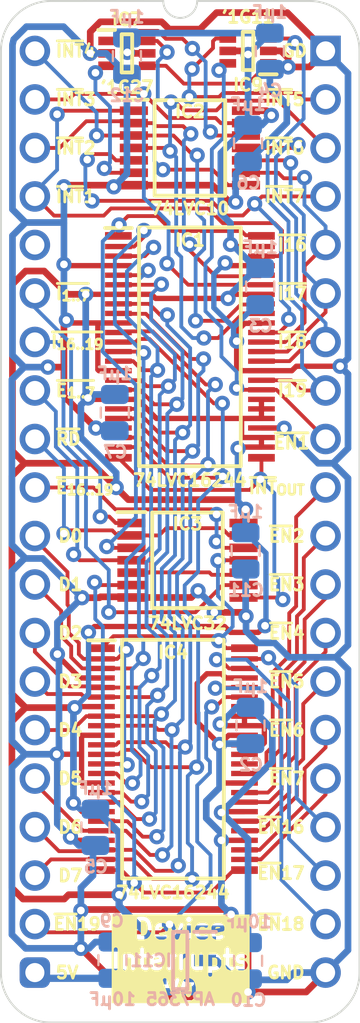
<source format=kicad_pcb>
(kicad_pcb (version 20240108) (generator "pcbnew") (generator_version "8.0")
  (layers (0 "F.Cu" signal) (31 "B.Cu" signal) (34 "B.Paste" user) (35 "F.Paste" user) (36 "B.SilkS" user "B.Silkscreen") (37 "F.SilkS" user "F.Silkscreen") (38 "B.Mask" user) (39 "F.Mask" user) (44 "Edge.Cuts" user))
  (net 0 "")
  (net 1 "/3.3V")
  (net 2 "GND")
  (net 3 "5V")
  (net 4 "D0")
  (net 5 "D2")
  (net 6 "~{Interrupt}_{Device}7")
  (net 7 "D7")
  (net 8 "D3")
  (net 9 "D5")
  (net 10 "D4")
  (net 11 "~{Interrupt}_{Device}19")
  (net 12 "D6")
  (net 13 "~{Interrupt}_{Device}18")
  (net 14 "~{Interrupt}_{Device}4")
  (net 15 "~{Interrupt}_{Device}3")
  (net 16 "~{Interrupt}_{Device}1")
  (net 17 "~{Interrupt}_{Device}2")
  (net 18 "~{Interrupt}_{Device}5")
  (net 19 "D1")
  (net 20 "/~{Read Device Interrupt}_{ 16..19}")
  (net 21 "~{Interrupt}_{Device}6")
  (net 22 "~{Interrupt}_{Device}17")
  (net 23 "~{Interrupt}_{Device}16")
  (net 24 "~{RD}")
  (net 25 "~{Device Interrupt}_{ 1..7}")
  (net 26 "~{Device Enable}_{ 16..19}")
  (net 27 "~{Device Enable}_{ 1..7}")
  (net 28 "~{Device Interrupt}_{ 16..19}")
  (net 29 "~{Enable}_{Device}1")
  (net 30 "~{Enable}_{Device}3")
  (net 31 "~{Enable}_{Device}17")
  (net 32 "~{Enable}_{Device}7")
  (net 33 "/~{Read Device Enable}_{ 16..19}")
  (net 34 "~{Enable}_{Device}18")
  (net 35 "~{Enable}_{Device}19")
  (net 36 "~{Enable}_{Device}16")
  (net 37 "~{Enable}_{Device}2")
  (net 38 "~{Enable}_{Device}6")
  (net 40 "/~{Read Device Interrupt}_{ 1..7}")
  (net 41 "~{Enable}_{Device}5")
  (net 42 "/~{Read Device Enable}_{ 1..7}")
  (net 43 "~{Enable}_{Device}4")
  (net 44 "Net-(IC2-2Y)")
  (net 45 "Net-(IC2-3Y)")
  (net 46 "Net-(IC2-1Y)")
  (net 47 "Net-(IC7-Y)")
  (net 48 "~{INT}")
  (footprint "SamacSys_Parts:DIP-40_Board_W15.24mm_Alt" (layer "F.Cu") (at 0 0)
    (property "Reference" "J2" (hide yes))
    (property "Value" "Conn_02x20_Counter_Clockwise" (hide yes))
    (fp_line (start -1.778 48.26) (end -1.778 0) (stroke (width 0.1)) (layer "Edge.Cuts"))
    (fp_line (start 6.731 -2.6162) (end 0.835732 -2.613732) (stroke (width 0.1)) (layer "Edge.Cuts"))
    (fp_line (start 14.404267 -2.613733) (end 8.509 -2.6162) (stroke (width 0.1)) (layer "Edge.Cuts"))
    (fp_line (start 14.404268 50.873732) (end 0.835733 50.873733) (stroke (width 0.1)) (layer "Edge.Cuts"))
    (fp_line (start 17.018 48.26) (end 17.017999 -0.000001) (stroke (width 0.1)) (layer "Edge.Cuts"))
    (fp_arc (start -1.778 0) (mid -1.012456 -1.848188) (end 0.835732 -2.613732) (stroke (width 0.1)) (layer "Edge.Cuts"))
    (fp_arc (start 0.835733 50.873733) (mid -1.012457 50.10819) (end -1.778 48.26) (stroke (width 0.1)) (layer "Edge.Cuts"))
    (fp_arc (start 8.509 -2.6162) (mid 7.62 -1.7272) (end 6.731 -2.6162) (stroke (width 0.1)) (layer "Edge.Cuts"))
    (fp_arc (start 14.404267 -2.613733) (mid 16.25245 -1.848186) (end 17.017999 -0.000001) (stroke (width 0.1)) (layer "Edge.Cuts"))
    (fp_arc (start 17.018 48.26) (mid 16.252456 50.108187) (end 14.404268 50.873732) (stroke (width 0.1)) (layer "Edge.Cuts"))
  )
  (footprint "SamacSys_Parts:SOP65P640X120-14N" (layer "F.Cu") (at 8.128 5.08)
    (property "Reference" "IC2")
    (property "Value" "SN74LVC10APWR" (hide yes))
  )
  (footprint "SamacSys_Parts:74LVC16244ADGG112" (layer "F.Cu") (at 8.128 15.494)
    (property "Reference" "IC1")
    (property "Value" "74LVC16244ADGG,112" (hide yes))
  )
  (footprint "SamacSys_Parts:SOP65P210X110-6N" (layer "F.Cu") (at 4.826 0.127)
    (property "Reference" "IC7")
    (property "Value" "74LVC1G27GW,125" (hide yes))
  )
  (footprint "SamacSys_Parts:SOP65P640X110-14N" (layer "F.Cu") (at 8.001 26.67)
    (property "Reference" "IC3")
    (property "Value" "74LVC32APW,118" (hide yes))
  )
  (footprint "SamacSys_Parts:74LVC16244ADGG112" (layer "F.Cu") (at 7.239 37.084)
    (property "Reference" "IC4")
    (property "Value" "74LVC16244ADGG,112" (hide yes))
  )
  (footprint "SamacSys_Parts:SOP65P210X110-6N" (layer "F.Cu") (at 11.176 0 180)
    (property "Reference" "IC9")
    (property "Value" "74LVC1G11GW-Q100H" (hide yes))
  )
  (footprint "SamacSys_Parts:PinHeader_1x20_P2.54mm_Vertical" (layer "B.Cu") (at 15.24 0 180)
    (property "Reference" "J1" (hide yes))
    (property "Value" "Pin_Header_01x20" (hide yes))
  )
  (footprint "SamacSys_Parts:C_0805" (layer "B.Cu") (at 12.319 0)
    (property "Reference" "C4")
    (property "Value" "1μF")
  )
  (footprint "SamacSys_Parts:C_0805" (layer "B.Cu") (at 11.176 47.625)
    (property "Reference" "C10")
    (property "Value" "10μF")
  )
  (footprint "SamacSys_Parts:PinHeader_1x20_P2.54mm_Vertical" (layer "B.Cu") (at 0 0 180)
    (property "Reference" "J3" (hide yes))
    (property "Value" "Pin_Header_01x20" (hide yes))
  )
  (footprint "SamacSys_Parts:SOT95P285X130-5N" (layer "B.Cu") (at 7.62 47.625 180)
    (property "Reference" "IC11")
    (property "Value" "AP7365-33WG-7" (hide yes))
  )
  (footprint "SamacSys_Parts:C_0805" (layer "B.Cu") (at 4.826 0.254)
    (property "Reference" "C12")
    (property "Value" "1μF")
  )
  (footprint "SamacSys_Parts:C_0805" (layer "B.Cu") (at 4.191 18.923)
    (property "Reference" "C7")
    (property "Value" "1μF")
  )
  (footprint "SamacSys_Parts:C_0805" (layer "B.Cu") (at 3.175 40.64)
    (property "Reference" "C5")
    (property "Value" "1μF")
  )
  (footprint "SamacSys_Parts:C_0805" (layer "B.Cu") (at 11.176 4.826)
    (property "Reference" "C6")
    (property "Value" "1μF")
  )
  (footprint "SamacSys_Parts:C_0805" (layer "B.Cu") (at 11.049 26.162)
    (property "Reference" "C11")
    (property "Value" "1μF")
  )
  (footprint "SamacSys_Parts:C_0805" (layer "B.Cu") (at 11.303 35.306)
    (property "Reference" "C2")
    (property "Value" "1μF")
  )
  (footprint "SamacSys_Parts:C_0805" (layer "B.Cu") (at 4.064 47.625 180)
    (property "Reference" "C9")
    (property "Value" "10μF")
  )
  (footprint "SamacSys_Parts:C_0805" (layer "B.Cu") (at 11.811 12.319)
    (property "Reference" "C3")
    (property "Value" "1μF")
  )
  (gr_text "~{INT}5" (at 14.224 2.54 0) (layer "F.SilkS") (effects (font (size 0.635 0.635)) (justify right)))
  (gr_text "~{EN}16" (at 14.224 40.64 0) (layer "F.SilkS") (effects (font (size 0.635 0.635)) (justify right)))
  (gr_text "D1" (at 1.143 27.94 0) (layer "F.SilkS") (effects (font (size 0.635 0.635)) (justify left)))
  (gr_text "~{INT}7" (at 14.224 7.62 0) (layer "F.SilkS") (effects (font (size 0.635 0.635)) (justify right)))
  (gr_text "~{INT}1" (at 1.016 7.62 0) (layer "F.SilkS") (effects (font (size 0.635 0.635)) (justify left)))
  (gr_text "~{INT}4" (at 1.016 0 0) (layer "F.SilkS") (effects (font (size 0.635 0.635)) (justify left)))
  (gr_text "~{I_{16..19}}" (at 0.762 15.24 0) (layer "F.SilkS") (effects (font (size 0.635 0.635)) (justify left)))
  (gr_text "~{INT}6" (at 14.224 5.08 0) (layer "F.SilkS") (effects (font (size 0.635 0.635)) (justify right)))
  (gr_text "~{EN1}" (at 14.478 20.5232 0) (layer "F.SilkS") (effects (font (size 0.635 0.635)) (justify right)))
  (gr_text "GD" (at 14.351 0 0) (layer "F.SilkS") (effects (font (size 0.635 0.635)) (justify right)))
  (gr_text "~{E_{16..19}}" (at 1.016 22.86 0) (layer "F.SilkS") (effects (font (size 0.635 0.635)) (justify left)))
  (gr_text "D4" (at 1.143 35.56 0) (layer "F.SilkS") (effects (font (size 0.635 0.635)) (justify left)))
  (gr_text "~{I19}" (at 14.351 17.78 0) (layer "F.SilkS") (effects (font (size 0.635 0.635)) (justify right)))
  (gr_text "~{I17}" (at 14.351 12.7 0) (layer "F.SilkS") (effects (font (size 0.635 0.635)) (justify right)))
  (gr_text "GND" (at 14.224 48.26 0) (layer "F.SilkS") (effects (font (size 0.635 0.635)) (justify right)))
  (gr_text "~{EN}18" (at 14.224 45.72 0) (layer "F.SilkS") (effects (font (size 0.635 0.635)) (justify right)))
  (gr_text "D0" (at 1.143 25.4 0) (layer "F.SilkS") (effects (font (size 0.635 0.635)) (justify left)))
  (gr_text "5V" (at 1.016 48.26 0) (layer "F.SilkS") (effects (font (size 0.635 0.635)) (justify left)))
  (gr_text "~{INT}2" (at 1.016 5.08 0) (layer "F.SilkS") (effects (font (size 0.635 0.635)) (justify left)))
  (gr_text "~{EN}3" (at 14.224 27.94 0) (layer "F.SilkS") (effects (font (size 0.635 0.635)) (justify right)))
  (gr_text "~{EN}4" (at 14.224 30.48 0) (layer "F.SilkS") (effects (font (size 0.635 0.635)) (justify right)))
  (gr_text "Device\nInterrupts\nV0" (at 7.62 49.784 0) (layer "F.SilkS" knockout) (effects (font (size 1 1) (thickness 0.2) (bold yes)) (justify bottom)))
  (gr_text "~{EN}17" (at 14.224 43.053 0) (layer "F.SilkS") (effects (font (size 0.635 0.635)) (justify right)))
  (gr_text "~{I18}" (at 14.351 15.24 0) (layer "F.SilkS") (effects (font (size 0.635 0.635)) (justify right)))
  (gr_text "D6" (at 1.143 40.64 0) (layer "F.SilkS") (effects (font (size 0.635 0.635)) (justify left)))
  (gr_text "D2" (at 1.143 30.48 0) (layer "F.SilkS") (effects (font (size 0.635 0.635)) (justify left)))
  (gr_text "D5" (at 1.143 38.1 0) (layer "F.SilkS") (effects (font (size 0.635 0.635)) (justify left)))
  (gr_text "~{EN}5" (at 14.224 33.02 0) (layer "F.SilkS") (effects (font (size 0.635 0.635)) (justify right)))
  (gr_text "~{I16}" (at 14.351 10.16 0) (layer "F.SilkS") (effects (font (size 0.635 0.635)) (justify right)))
  (gr_text "~{EN}19" (at 0.889 45.72 0) (layer "F.SilkS") (effects (font (size 0.635 0.635)) (justify left)))
  (gr_text "~{EN}6" (at 14.224 35.56 0) (layer "F.SilkS") (effects (font (size 0.635 0.635)) (justify right)))
  (gr_text "~{E_{1..7}}" (at 1.016 17.78 0) (layer "F.SilkS") (effects (font (size 0.635 0.635)) (justify left)))
  (gr_text "~{EN}7" (at 14.224 38.1 0) (layer "F.SilkS") (effects (font (size 0.635 0.635)) (justify right)))
  (gr_text "D7" (at 1.143 43.18 0) (layer "F.SilkS") (effects (font (size 0.635 0.635)) (justify left)))
  (gr_text "~{INT}3" (at 1.016 2.54 0) (layer "F.SilkS") (effects (font (size 0.635 0.635)) (justify left)))
  (gr_text "~{EN}2" (at 14.224 25.4 0) (layer "F.SilkS") (effects (font (size 0.635 0.635)) (justify right)))
  (gr_text "D3" (at 1.143 33.02 0) (layer "F.SilkS") (effects (font (size 0.635 0.635)) (justify left)))
  (gr_text "~{RD}" (at 1.016 20.32 0) (layer "F.SilkS") (effects (font (size 0.635 0.635)) (justify left)))
  (gr_text "~{I_{1..7}}" (at 1.016 12.7 0) (layer "F.SilkS") (effects (font (size 0.635 0.635)) (justify left)))
  (gr_text "~{INT}_{OUT}" (at 14.224 22.86 0) (layer "F.SilkS") (effects (font (size 0.635 0.635)) (justify right)))
  (segment (start 1.767273 44.183) (end 4.417 44.183) (width 0.35) (layer "F.Cu") (net 1))
  (segment (start 6.37206 19.244) (end 5.37206 18.244) (width 0.28) (layer "F.Cu") (net 1))
  (segment (start 2.992211 21.59) (end 4.262211 22.86) (width 0.35) (layer "F.Cu") (net 1))
  (segment (start 10.838 19.264) (end 10.858 19.244) (width 0.28) (layer "F.Cu") (net 1))
  (segment (start 11.049 24.003) (end 10.541 23.495) (width 0.35) (layer "F.Cu") (net 1))
  (segment (start 12.029 35.354) (end 12.009 35.334) (width 0.28) (layer "F.Cu") (net 1))
  (segment (start 4.897211 23.495) (end 4.262211 22.86) (width 0.35) (layer "F.Cu") (net 1))
  (segment (start 11.878 12.744) (end 10.342278 12.744) (width 0.28) (layer "F.Cu") (net 1))
  (segment (start -1.203 22.253) (end -1.203 33.668701) (width 0.35) (layer "F.Cu") (net 1))
  (segment (start 1.705701 12.744) (end 2.667 12.744) (width 0.35) (layer "F.Cu") (net 1))
  (segment (start 0.486701 11.525) (end 1.705701 12.744) (width 0.35) (layer "F.Cu") (net 1))
  (segment (start 11.878 20.744) (end 11.878 20.244) (width 0.28) (layer "F.Cu") (net 1))
  (segment (start 10.858 20.244) (end 10.838 20.224) (width 0.28) (layer "F.Cu") (net 1))
  (segment (start 4.899728 0.127) (end 4.847115 0.074387) (width 0.35) (layer "F.Cu") (net 1))
  (segment (start 12.153494 3.13) (end 12.398772 3.375278) (width 0.35) (layer "F.Cu") (net 1))
  (segment (start 10.939 24.72) (end 10.939 24.113) (width 0.35) (layer "F.Cu") (net 1))
  (segment (start 10.989 36.334) (end 11.926 36.334) (width 0.28) (layer "F.Cu") (net 1))
  (segment (start 10.371011 10.244) (end 11.878 10.244) (width 0.28) (layer "F.Cu") (net 1))
  (segment (start -0.54 21.59) (end 2.992211 21.59) (width 0.35) (layer "F.Cu") (net 1))
  (segment (start 3.489 39.834) (end 2.47668 39.834) (width 0.28) (layer "F.Cu") (net 1))
  (segment (start -0.486701 11.525) (end 0.486701 11.525) (width 0.35) (layer "F.Cu") (net 1))
  (segment (start 12.029 36.231) (end 12.029 35.354) (width 0.28) (layer "F.Cu") (net 1))
  (segment (start -0.54 21.59) (end -1.175 20.955) (width 0.35) (layer "F.Cu") (net 1))
  (segment (start 6.113771 12.744) (end 6.328703 12.958932) (width 0.28) (layer "F.Cu") (net 1))
  (segment (start 10.858 19.244) (end 6.37206 19.244) (width 0.28) (layer "F.Cu") (net 1))
  (segment (start 3.489 34.334) (end 2.1453 34.334) (width 0.28) (layer "F.Cu") (net 1))
  (segment (start 3.048 12.744) (end 2.667 12.744) (width 0.28) (layer "F.Cu") (net 1))
  (segment (start 9.799686 35.334) (end 9.712732 35.247046) (width 0.28) (layer "F.Cu") (net 1))
  (segment (start 4.378 12.744) (end 3.048 12.744) (width 0.28) (layer "F.Cu") (net 1))
  (segment (start 12.009 35.334) (end 10.989 35.334) (width 0.28) (layer "F.Cu") (net 1))
  (segment (start 9.823 39.834) (end 9.779 39.878) (width 0.28) (layer "F.Cu") (net 1))
  (segment (start 9.943121 30.138741) (end 3.119631 30.138741) (width 0.28) (layer "F.Cu") (net 1))
  (segment (start 10.989 34.834) (end 10.989 35.334) (width 0.28) (layer "F.Cu") (net 1))
  (segment (start 5.37206 18.244) (end 4.378 18.244) (width 0.28) (layer "F.Cu") (net 1))
  (segment (start 6.328703 12.958932) (end 10.127346 12.958932) (width 0.28) (layer "F.Cu") (net 1))
  (segment (start 11.878 20.244) (end 10.858 20.244) (width 0.28) (layer "F.Cu") (net 1))
  (segment (start 10.650318 20.818424) (end 10.724742 20.744) (width 0.28) (layer "F.Cu") (net 1))
  (segment (start 11.066 3.13) (end 12.153494 3.13) (width 0.35) (layer "F.Cu") (net 1))
  (segment (start 5.888 0.127) (end 4.899728 0.127) (width 0.35) (layer "F.Cu") (net 1))
  (segment (start 10.989 39.834) (end 9.823 39.834) (width 0.28) (layer "F.Cu") (net 1))
  (segment (start 11.926 36.334) (end 12.029 36.231) (width 0.28) (layer "F.Cu") (net 1))
  (segment (start 4.378 12.744) (end 6.113771 12.744) (width 0.28) (layer "F.Cu") (net 1))
  (segment (start -1.203 43.828701) (end -0.623701 44.408) (width 0.35) (layer "F.Cu") (net 1))
  (segment (start 10.989 36.834) (end 10.989 36.334) (width 0.28) (layer "F.Cu") (net 1))
  (segment (start 12.065002 30.099) (end 11.717736 30.446266) (width 0.28) (layer "F.Cu") (net 1))
  (segment (start 10.858 19.244) (end 11.878 19.244) (width 0.28) (layer "F.Cu") (net 1))
  (segment (start 11.717736 30.446266) (end 10.250646 30.446266) (width 0.28) (layer "F.Cu") (net 1))
  (segment (start -1.203 35.101299) (end -1.203 43.828701) (width 0.35) (layer "F.Cu") (net 1))
  (segment (start -1.175 20.955) (end -1.175 12.213299) (width 0.35) (layer "F.Cu") (net 1))
  (segment (start 10.989678 0) (end 11.176 0.186322) (width 0.35) (layer "F.Cu") (net 1))
  (segment (start -0.54 21.59) (end -1.203 22.253) (width 0.35) (layer "F.Cu") (net 1))
  (segment (start 10.114 0) (end 10.989678 0) (width 0.35) (layer "F.Cu") (net 1))
  (segment (start 10.342278 12.744) (end 10.127346 12.958932) (width 0.28) (layer "F.Cu") (net 1))
  (segment (start 11.878 19.244) (end 11.878 18.744) (width 0.28) (layer "F.Cu") (net 1))
  (segment (start -0.623701 44.408) (end 1.542273 44.408) (width 0.35) (layer "F.Cu") (net 1))
  (segment (start 2.859966 18.244) (end 2.785483 18.169517) (width 0.28) (layer "F.Cu") (net 1))
  (segment (start -0.486701 34.385) (end 2.084166 34.385) (width 0.35) (layer "F.Cu") (net 1))
  (segment (start 4.378 18.244) (end 2.859966 18.244) (width 0.28) (layer "F.Cu") (net 1))
  (segment (start 10.250646 30.446266) (end 9.943121 30.138741) (width 0.28) (layer "F.Cu") (net 1))
  (segment (start -1.203 33.668701) (end -0.486701 34.385) (width 0.35) (layer "F.Cu") (net 1))
  (segment (start 10.257508 10.130497) (end 10.371011 10.244) (width 0.28) (layer "F.Cu") (net 1))
  (segment (start -1.175 12.213299) (end -0.486701 11.525) (width 0.35) (layer "F.Cu") (net 1))
  (segment (start -0.486701 34.385) (end -1.203 35.101299) (width 0.35) (layer "F.Cu") (net 1))
  (segment (start 10.989 34.834) (end 10.989 34.334) (width 0.28) (layer "F.Cu") (net 1))
  (segment (start 10.838 20.224) (end 10.838 19.264) (width 0.28) (layer "F.Cu") (net 1))
  (segment (start 10.541 23.495) (end 4.897211 23.495) (width 0.35) (layer "F.Cu") (net 1))
  (segment (start 3.119631 30.138741) (end 2.809671 30.448701) (width 0.28) (layer "F.Cu") (net 1))
  (segment (start 2.47668 39.834) (end 2.02234 39.37966) (width 0.28) (layer "F.Cu") (net 1))
  (segment (start 10.939 24.113) (end 11.049 24.003) (width 0.35) (layer "F.Cu") (net 1))
  (segment (start 10.724742 20.744) (end 11.878 20.744) (width 0.28) (layer "F.Cu") (net 1))
  (segment (start 1.542273 44.408) (end 1.767273 44.183) (width 0.35) (layer "F.Cu") (net 1))
  (segment (start 2.084166 34.385) (end 2.089233 34.390067) (width 0.35) (layer "F.Cu") (net 1))
  (segment (start 10.989 35.334) (end 9.799686 35.334) (width 0.28) (layer "F.Cu") (net 1))
  (segment (start 10.989 36.834) (end 10.989 37.334) (width 0.28) (layer "F.Cu") (net 1))
  (segment (start 11.878 18.744) (end 11.878 18.244) (width 0.28) (layer "F.Cu") (net 1))
  (segment (start 2.1453 34.334) (end 2.089233 34.390067) (width 0.28) (layer "F.Cu") (net 1))
  (via (at 9.779 39.878) (size 0.8) (drill 0.4) (layers "F.Cu" "B.Cu") (net 1))
  (via (at 2.809671 30.448701) (size 0.8) (drill 0.4) (layers "F.Cu" "B.Cu") (net 1))
  (via (at 11.176 0.186322) (size 0.8) (drill 0.4) (layers "F.Cu" "B.Cu") (net 1))
  (via (at 2.785483 18.169517) (size 0.8) (drill 0.4) (layers "F.Cu" "B.Cu") (net 1))
  (via (at 10.650318 20.818424) (size 0.8) (drill 0.4) (layers "F.Cu" "B.Cu") (net 1))
  (via (at 12.398772 3.375278) (size 0.8) (drill 0.4) (layers "F.Cu" "B.Cu") (net 1))
  (via (at 10.257508 10.130497) (size 0.8) (drill 0.4) (layers "F.Cu" "B.Cu") (net 1))
  (via (at 10.127346 12.958932) (size 0.8) (drill 0.4) (layers "F.Cu" "B.Cu") (net 1))
  (via (at 9.712732 35.247046) (size 0.8) (drill 0.4) (layers "F.Cu" "B.Cu") (net 1))
  (via (at 2.02234 39.37966) (size 0.8) (drill 0.4) (layers "F.Cu" "B.Cu") (net 1))
  (via (at 4.417 44.183) (size 0.8) (drill 0.4) (layers "F.Cu" "B.Cu") (net 1))
  (via (at 2.667 12.744) (size 0.8) (drill 0.4) (layers "F.Cu" "B.Cu") (net 1))
  (via (at 4.847115 0.074387) (size 0.8) (drill 0.4) (layers "F.Cu" "B.Cu") (net 1))
  (via (at 2.089233 34.390067) (size 0.8) (drill 0.4) (layers "F.Cu" "B.Cu") (net 1))
  (via (at 11.049 24.003) (size 0.8) (drill 0.4) (layers "F.Cu" "B.Cu") (net 1))
  (via (at 4.262211 22.86) (size 0.8) (drill 0.4) (layers "F.Cu" "B.Cu") (net 1))
  (via (at 12.065002 30.099) (size 0.8) (drill 0.4) (layers "F.Cu" "B.Cu") (net 1))
  (segment (start 11.176 46.691) (end 11.176 41.275) (width 0.35) (layer "B.Cu") (net 1))
  (segment (start 4.801002 0.028274) (end 4.847115 0.074387) (width 0.35) (layer "B.Cu") (net 1))
  (segment (start 2.413 18.542) (end 2.785483 18.169517) (width 0.35) (layer "B.Cu") (net 1))
  (segment (start 4.801002 -0.655002) (end 4.801002 0.028274) (width 0.35) (layer "B.Cu") (net 1))
  (segment (start 10.591 46.691) (end 9.885 45.985) (width 0.38) (layer "B.Cu") (net 1))
  (segment (start 10.257508 9.02007) (end 9.751219 8.513781) (width 0.35) (layer "B.Cu") (net 1))
  (segment (start 2.413 20.237193) (end 2.413 18.542) (width 0.35) (layer "B.Cu") (net 1))
  (segment (start 2.813537 33.665763) (end 2.813537 30.452567) (width 0.28) (layer "B.Cu") (net 1))
  (segment (start 3.175 39.706) (end 4.417 40.948) (width 0.38) (layer "B.Cu") (net 1))
  (segment (start 11.303 34.372) (end 12.446 35.515) (width 0.35) (layer "B.Cu") (net 1))
  (segment (start 2.089233 34.390067) (end 2.813537 33.665763) (width 0.28) (layer "B.Cu") (net 1))
  (segment (start 4.262211 22.86) (end 4.262211 22.086404) (width 0.35) (layer "B.Cu") (net 1))
  (segment (start 10.257508 10.130497) (end 10.343497 10.130497) (width 0.35) (layer "B.Cu") (net 1))
  (segment (start 11.176 0.186334) (end 12.296334 -0.934) (width 0.35) (layer "B.Cu") (net 1))
  (segment (start 10.587778 34.372) (end 9.712732 35.247046) (width 0.35) (layer "B.Cu") (net 1))
  (segment (start 9.885 45.985) (end 7.923561 45.985) (width 0.38) (layer "B.Cu") (net 1))
  (segment (start 7.233561 46.675) (end 6.32 46.675) (width 0.38) (layer "B.Cu") (net 1))
  (segment (start 11.303 34.372) (end 10.587778 34.372) (width 0.35) (layer "B.Cu") (net 1))
  (segment (start 11.176 3.892) (end 11.88205 3.892) (width 0.35) (layer "B.Cu") (net 1))
  (segment (start 2.34868 39.706) (end 2.02234 39.37966) (width 0.28) (layer "B.Cu") (net 1))
  (segment (start 2.667 18.051034) (end 2.785483 18.169517) (width 0.35) (layer "B.Cu") (net 1))
  (segment (start 10.343497 10.130497) (end 11.598 11.385) (width 0.35) (layer "B.Cu") (net 1))
  (segment (start 4.417 40.948) (end 4.417 44.183) (width 0.38) (layer "B.Cu") (net 1))
  (segment (start 11.049 24.003) (end 11.049 25.228) (width 0.35) (layer "B.Cu") (net 1))
  (segment (start 10.650318 20.818424) (end 10.650318 23.604318) (width 0.35) (layer "B.Cu") (net 1))
  (segment (start 12.446 35.515) (end 12.446 37.211) (width 0.35) (layer "B.Cu") (net 1))
  (segment (start 3.175 39.706) (end 2.34868 39.706) (width 0.28) (layer "B.Cu") (net 1))
  (segment (start 2.667 12.744) (end 2.667 18.051034) (width 0.35) (layer "B.Cu") (net 1))
  (segment (start 4.262211 22.086404) (end 2.413 20.237193) (width 0.35) (layer "B.Cu") (net 1))
  (segment (start 9.751219 8.513781) (end 9.751219 5.34949) (width 0.35) (layer "B.Cu") (net 1))
  (segment (start 11.176 46.691) (end 10.591 46.691) (width 0.38) (layer "B.Cu") (net 1))
  (segment (start 11.176 3.724) (end 11.176 0.186334) (width 0.35) (layer "B.Cu") (net 1))
  (segment (start 2.966 17.989) (end 2.785483 18.169517) (width 0.35) (layer "B.Cu") (net 1))
  (segment (start 6.32 46.675) (end 4.417 44.772) (width 0.38) (layer "B.Cu") (net 1))
  (segment (start 4.417 44.772) (end 4.417 44.183) (width 0.38) (layer "B.Cu") (net 1))
  (segment (start 12.319 -0.934) (end 5.08 -0.934) (width 0.35) (layer "B.Cu") (net 1))
  (segment (start 2.813537 30.452567) (end 2.809671 30.448701) (width 0.28) (layer "B.Cu") (net 1))
  (segment (start 10.650318 23.604318) (end 11.049 24.003) (width 0.35) (layer "B.Cu") (net 1))
  (segment (start 9.751219 5.34949) (end 11.176 3.924709) (width 0.35) (layer "B.Cu") (net 1))
  (segment (start 11.610699 11.385) (end 10.127346 12.868353) (width 0.35) (layer "B.Cu") (net 1))
  (segment (start 12.114 30.050002) (end 12.065002 30.099) (width 0.28) (layer "B.Cu") (net 1))
  (segment (start 4.191 17.989) (end 2.966 17.989) (width 0.35) (layer "B.Cu") (net 1))
  (segment (start 10.127346 12.868353) (end 10.127346 12.958932) (width 0.35) (layer "B.Cu") (net 1))
  (segment (start 12.114 26.293) (end 12.114 30.050002) (width 0.28) (layer "B.Cu") (net 1))
  (segment (start 2.02234 34.45696) (end 2.089233 34.390067) (width 0.35) (layer "B.Cu") (net 1))
  (segment (start 2.02234 39.37966) (end 2.02234 34.45696) (width 0.35) (layer "B.Cu") (net 1))
  (segment (start 11.049 25.228) (end 12.114 26.293) (width 0.28) (layer "B.Cu") (net 1))
  (segment (start 12.446 37.211) (end 9.779 39.878) (width 0.35) (layer "B.Cu") (net 1))
  (segment (start 10.257508 10.130497) (end 10.257508 9.02007) (width 0.35) (layer "B.Cu") (net 1))
  (segment (start 7.923561 45.985) (end 7.233561 46.675) (width 0.38) (layer "B.Cu") (net 1))
  (segment (start 11.88205 3.892) (end 12.398772 3.375278) (width 0.35) (layer "B.Cu") (net 1))
  (segment (start 11.176 41.275) (end 9.779 39.878) (width 0.35) (layer "B.Cu") (net 1))
  (segment (start 10.577998 14.687117) (end 11.001115 14.264) (width 0.28) (layer "F.Cu") (net 2))
  (segment (start 9.525 -2.006168) (end 13.233832 -2.006168) (width 0.35) (layer "F.Cu") (net 2))
  (segment (start 4.378 16.744) (end 3.358 16.744) (width 0.28) (layer "F.Cu") (net 2))
  (segment (start 10.009 32.834) (end 10.989 32.834) (width 0.28) (layer "F.Cu") (net 2))
  (segment (start 1.181468 31.654407) (end 1.181468 31.585171) (width 0.28) (layer "F.Cu") (net 2))
  (segment (start 9.969 38.334) (end 9.682149 38.047149) (width 0.28) (layer "F.Cu") (net 2))
  (segment (start 3.302 16.688) (end 3.302 14.244) (width 0.28) (layer "F.Cu") (net 2))
  (segment (start 3.429 -1.524) (end 6.641264 -1.524) (width 0.35) (layer "F.Cu") (net 2))
  (segment (start 10.989 35.834) (end 10.163382 35.834) (width 0.28) (layer "F.Cu") (net 2))
  (segment (start 3.391058 28.631045) (end 2.467012 28.631045) (width 0.35) (layer "F.Cu") (net 2))
  (segment (start 1.606006 7.03) (end 1.524 7.112006) (width 0.35) (layer "F.Cu") (net 2))
  (segment (start 4.378 14.244) (end 3.302 14.244) (width 0.28) (layer "F.Cu") (net 2))
  (segment (start 9.682149 36.315233) (end 8.509 35.142084) (width 0.28) (layer "F.Cu") (net 2))
  (segment (start 8.509 33.119382) (end 9.015885 32.612497) (width 0.28) (layer "F.Cu") (net 2))
  (segment (start 0.679658 16.556615) (end 1.477385 16.556615) (width 0.35) (layer "F.Cu") (net 2))
  (segment (start 10.989 41.334) (end 9.779 41.334) (width 0.28) (layer "F.Cu") (net 2))
  (segment (start 9.316 7.03) (end 10.196217 7.910217) (width 0.35) (layer "F.Cu") (net 2))
  (segment (start 10.287004 45.212) (end 10.03299 44.957986) (width 0.35) (layer "F.Cu") (net 2))
  (segment (start 13.275502 0.839) (end 14.401 0.839) (width 0.35) (layer "F.Cu") (net 2))
  (segment (start 8.203034 28.62) (end 8.553751 28.269283) (width 0.35) (layer "F.Cu") (net 2))
  (segment (start 3.198691 19.744) (end 4.378 19.744) (width 0.28) (layer "F.Cu") (net 2))
  (segment (start 1.524 18.074761) (end 1.524 16.51) (width 0.35) (layer "F.Cu") (net 2))
  (segment (start 1.798002 14.244) (end 3.302 14.244) (width 0.28) (layer "F.Cu") (net 2))
  (segment (start 2.902971 0.127) (end 3.764 0.127) (width 0.35) (layer "F.Cu") (net 2))
  (segment (start 10.287004 45.212) (end 11.17601 46.101006) (width 0.35) (layer "F.Cu") (net 2))
  (segment (start 4.953016 49.53) (end 10.921994 49.53) (width 0.35) (layer "F.Cu") (net 2))
  (segment (start 10.577998 15.196389) (end 10.577998 14.687117) (width 0.28) (layer "F.Cu") (net 2))
  (segment (start 5.19 7.03) (end 9.316 7.03) (width 0.35) (layer "F.Cu") (net 2))
  (segment (start 13.275502 0.368957) (end 12.906545 0) (width 0.35) (layer "F.Cu") (net 2))
  (segment (start 9.787497 32.612497) (end 10.009 32.834) (width 0.28) (layer "F.Cu") (net 2))
  (segment (start 13.472222 16.744) (end 13.706226 16.509996) (width 0.28) (layer "F.Cu") (net 2))
  (segment (start 2.361061 32.834) (end 1.181468 31.654407) (width 0.28) (layer "F.Cu") (net 2))
  (segment (start 1.477385 16.556615) (end 1.524 16.51) (width 0.35) (layer "F.Cu") (net 2))
  (segment (start 13.275502 0.839) (end 13.275502 0.368957) (width 0.35) (layer "F.Cu") (net 2))
  (segment (start 10.858 16.744) (end 11.878 16.744) (width 0.28) (layer "F.Cu") (net 2))
  (segment (start 3.438103 28.584) (end 3.391058 28.631045) (width 0.35) (layer "F.Cu") (net 2))
  (segment (start 9.682149 38.047149) (end 9.682149 36.315233) (width 0.28) (layer "F.Cu") (net 2))
  (segment (start 1.524 14.223998) (end 1.524 16.51) (width 0.35) (layer "F.Cu") (net 2))
  (segment (start 14.224006 49.275994) (end 15.24 48.26) (width 0.35) (layer "F.Cu") (net 2))
  (segment (start 5.063 28.62) (end 8.203034 28.62) (width 0.35) (layer "F.Cu") (net 2))
  (segment (start 8.660388 -1.141556) (end 9.525 -2.006168) (width 0.35) (layer "F.Cu") (net 2))
  (segment (start 11.17601 46.101006) (end 11.17601 49.275984) (width 0.35) (layer "F.Cu") (net 2))
  (segment (start 7.034859 -1.141556) (end 8.660388 -1.141556) (width 0.35) (layer "F.Cu") (net 2))
  (segment (start 2.449 36.957) (end 2.449 38.314) (width 0.28) (layer "F.Cu") (net 2))
  (segment (start 13.054 19.744) (end 11.878 19.744) (width 0.28) (layer "F.Cu") (net 2))
  (segment (start 2.902971 -0.997971) (end 3.429 -1.524) (width 0.35) (layer "F.Cu") (net 2))
  (segment (start 11.878 11.244) (end 10.119 11.244) (width 0.28) (layer "F.Cu") (net 2))
  (segment (start 11.17601 49.275984) (end 11.176 49.275994) (width 0.35) (layer "F.Cu") (net 2))
  (segment (start 13.706226 16.509996) (end 16.001996 16.509996) (width 0.28) (layer "F.Cu") (net 2))
  (segment (start 11.069382 29.603512) (end 10.864611 29.398741) (width 0.35) (layer "F.Cu") (net 2))
  (segment (start 1.591998 11.244) (end 1.523998 11.176) (width 0.28) (layer "F.Cu") (net 2))
  (segment (start 10.577998 16.463998) (end 10.858 16.744) (width 0.28) (layer "F.Cu") (net 2))
  (segment (start 3.358 16.744) (end 3.302 16.688) (width 0.28) (layer "F.Cu") (net 2))
  (segment (start 5.19 7.03) (end 1.606006 7.03) (width 0.35) (layer "F.Cu") (net 2))
  (segment (start 11.001115 14.264) (end 11.858 14.264) (width 0.28) (layer "F.Cu") (net 2))
  (segment (start 10.921994 49.53) (end 11.176 49.275994) (width 0.35) (layer "F.Cu") (net 2))
  (segment (start 2.449 38.314) (end 2.469 38.334) (width 0.28) (layer "F.Cu") (net 2))
  (segment (start 13.233832 -2.006168) (end 15.24 0) (width 0.35) (layer "F.Cu") (net 2))
  (segment (start 4.378 11.244) (end 1.591998 11.244) (width 0.28) (layer "F.Cu") (net 2))
  (segment (start 3.489 41.334) (end 2.036783 41.334) (width 0.28) (layer "F.Cu") (net 2))
  (segment (start 2.469 38.334) (end 3.489 38.334) (width 0.28) (layer "F.Cu") (net 2))
  (segment (start 13.068642 19.758642) (end 13.054 19.744) (width 0.28) (layer "F.Cu") (net 2))
  (segment (start 1.651 14.096998) (end 1.798002 14.244) (width 0.28) (layer "F.Cu") (net 2))
  (segment (start 3.195965 19.746726) (end 1.524 18.074761) (width 0.35) (layer "F.Cu") (net 2))
  (segment (start 10.577998 15.196389) (end 10.577998 16.463998) (width 0.28) (layer "F.Cu") (net 2))
  (segment (start 2.463014 44.957986) (end 2.413 45.008) (width 0.35) (layer "F.Cu") (net 2))
  (segment (start 10.864611 29.398741) (end 9.404194 29.398741) (width 0.35) (layer "F.Cu") (net 2))
  (segment (start 6.641264 -1.524) (end 6.753225 -1.42319) (width 0.35) (layer "F.Cu") (net 2))
  (segment (start 12.906545 0) (end 12.238 0) (width 0.35) (layer "F.Cu") (net 2))
  (segment (start 11.858 14.264) (end 11.878 14.244) (width 0.28) (layer "F.Cu") (net 2))
  (segment (start 8.509 35.142084) (end 8.509 33.119382) (width 0.28) (layer "F.Cu") (net 2))
  (segment (start 2.413022 46.990006) (end 4.953016 49.53) (width 0.35) (layer "F.Cu") (net 2))
  (segment (start 2.449 35.854) (end 2.449 36.957) (width 0.28) (layer "F.Cu") (net 2))
  (segment (start 2.469 35.834) (end 2.449 35.854) (width 0.28) (layer "F.Cu") (net 2))
  (segment (start 2.445997 36.826997) (end 1.139997 36.826997) (width 0.28) (layer "F.Cu") (net 2))
  (segment (start 14.401 0.839) (end 15.24 0) (width 0.35) (layer "F.Cu") (net 2))
  (segment (start 10.03299 44.957986) (end 2.463014 44.957986) (width 0.35) (layer "F.Cu") (net 2))
  (segment (start 2.902971 0.127) (end 2.902971 -0.997971) (width 0.35) (layer "F.Cu") (net 2))
  (segment (start 11.878 16.744) (end 13.472222 16.744) (width 0.28) (layer "F.Cu") (net 2))
  (segment (start 3.489 35.834) (end 2.469 35.834) (width 0.28) (layer "F.Cu") (net 2))
  (segment (start 6.753225 -1.42319) (end 7.034859 -1.141556) (width 0.35) (layer "F.Cu") (net 2))
  (segment (start 10.119 11.244) (end 9.974 11.099) (width 0.28) (layer "F.Cu") (net 2))
  (segment (start 10.163382 35.834) (end 9.682149 36.315233) (width 0.28) (layer "F.Cu") (net 2))
  (segment (start 3.489 32.834) (end 2.361061 32.834) (width 0.28) (layer "F.Cu") (net 2))
  (segment (start 10.196217 7.910217) (end 10.526219 7.910217) (width 0.35) (layer "F.Cu") (net 2))
  (segment (start 1.651 14.096998) (end 1.524 14.223998) (width 0.35) (layer "F.Cu") (net 2))
  (segment (start 3.195965 19.746726) (end 3.198691 19.744) (width 0.28) (layer "F.Cu") (net 2))
  (segment (start 9.015885 32.612497) (end 9.787497 32.612497) (width 0.28) (layer "F.Cu") (net 2))
  (segment (start 10.989 38.334) (end 9.969 38.334) (width 0.28) (layer "F.Cu") (net 2))
  (segment (start 4.5145 28.584) (end 3.438103 28.584) (width 0.35) (layer "F.Cu") (net 2))
  (segment (start 11.176 49.275994) (end 14.224006 49.275994) (width 0.35) (layer "F.Cu") (net 2))
  (segment (start 2.036783 41.334) (end 1.865622 41.162839) (width 0.28) (layer "F.Cu") (net 2))
  (via (at 11.069382 29.603512) (size 0.8) (drill 0.4) (layers "F.Cu" "B.Cu") (net 2))
  (via (at 2.413 45.008) (size 0.8) (drill 0.4) (layers "F.Cu" "B.Cu") (net 2))
  (via (at 11.176 49.275994) (size 0.8) (drill 0.4) (layers "F.Cu" "B.Cu") (net 2))
  (via (at 4.138074 7.116017) (size 0.8) (drill 0.4) (layers "F.Cu" "B.Cu") (net 2))
  (via (at 1.524 7.112006) (size 0.8) (drill 0.4) (layers "F.Cu" "B.Cu") (net 2))
  (via (at 9.404194 29.398741) (size 0.8) (drill 0.4) (layers "F.Cu" "B.Cu") (net 2))
  (via (at 13.275502 0.839) (size 0.8) (drill 0.4) (layers "F.Cu" "B.Cu") (net 2))
  (via (at 10.287004 45.212) (size 0.8) (drill 0.4) (layers "F.Cu" "B.Cu") (net 2))
  (via (at 2.902971 0.127) (size 0.8) (drill 0.4) (layers "F.Cu" "B.Cu") (net 2))
  (via (at 9.779 41.334) (size 0.8) (drill 0.4) (layers "F.Cu" "B.Cu") (net 2))
  (via (at 8.553751 28.269283) (size 0.8) (drill 0.4) (layers "F.Cu" "B.Cu") (net 2))
  (via (at 2.467012 28.631045) (size 0.8) (drill 0.4) (layers "F.Cu" "B.Cu") (net 2))
  (via (at 10.577998 15.196389) (size 0.8) (drill 0.4) (layers "F.Cu" "B.Cu") (net 2))
  (via (at 3.195965 19.746726) (size 0.8) (drill 0.4) (layers "F.Cu" "B.Cu") (net 2))
  (via (at 1.651 14.096998) (size 0.8) (drill 0.4) (layers "F.Cu" "B.Cu") (net 2))
  (via (at 1.523998 11.176) (size 0.8) (drill 0.4) (layers "F.Cu" "B.Cu") (net 2))
  (via (at 9.682149 36.315233) (size 0.8) (drill 0.4) (layers "F.Cu" "B.Cu") (net 2))
  (via (at 2.413022 46.990006) (size 0.8) (drill 0.4) (layers "F.Cu" "B.Cu") (net 2))
  (via (at 10.526219 7.910217) (size 0.8) (drill 0.4) (layers "F.Cu" "B.Cu") (net 2))
  (via (at 1.139997 36.826997) (size 0.8) (drill 0.4) (layers "F.Cu" "B.Cu") (net 2))
  (via (at 13.068642 19.758642) (size 0.8) (drill 0.4) (layers "F.Cu" "B.Cu") (net 2))
  (via (at 16.001996 16.509996) (size 0.8) (drill 0.4) (layers "F.Cu" "B.Cu") (net 2))
  (via (at 1.865622 41.162839) (size 0.8) (drill 0.4) (layers "F.Cu" "B.Cu") (net 2))
  (via (at 9.974 11.099) (size 0.8) (drill 0.4) (layers "F.Cu" "B.Cu") (net 2))
  (via (at 1.181468 31.585171) (size 0.8) (drill 0.4) (layers "F.Cu" "B.Cu") (net 2))
  (via (at 0.679658 16.556615) (size 0.8) (drill 0.4) (layers "F.Cu" "B.Cu") (net 2))
  (segment (start 2.413022 46.990006) (end 2.413028 46.99) (width 0.35) (layer "B.Cu") (net 2))
  (segment (start 1.139997 36.826997) (end -0.508 36.826997) (width 0.35) (layer "B.Cu") (net 2))
  (segment (start -0.486701 26.575) (end -0.51335 26.54835) (width 0.35) (layer "B.Cu") (net 2))
  (segment (start 2.902971 0.127) (end 3.733 0.127) (width 0.35) (layer "B.Cu") (net 2))
  (segment (start -0.508 36.826997) (end -1.203 36.131997) (width 0.35) (layer "B.Cu") (net 2))
  (segment (start 16.415 22.479) (end 16.415 22.373299) (width 0.35) (layer "B.Cu") (net 2))
  (segment (start 11.691724 30.995724) (end 11.069382 30.373382) (width 0.35) (layer "B.Cu") (net 2))
  (segment (start 8.92 47.625) (end 9.525 47.625) (width 0.35) (layer "B.Cu") (net 2))
  (segment (start 15.78 31.75) (end 16.415 32.385) (width 0.35) (layer "B.Cu") (net 2))
  (segment (start 1.492 8.985) (end 1.524 9.017) (width 0.35) (layer "B.Cu") (net 2))
  (segment (start 13.208 3.76) (end 13.208 2.794) (width 0.35) (layer "B.Cu") (net 2))
  (segment (start -1.107273 -0.605461) (end -1.166089 -0.36684) (width 0.35) (layer "B.Cu") (net 2))
  (segment (start -1.166089 -0.36684) (end -1.175 -0.293448) (width 0.35) (layer "B.Cu") (net 2))
  (segment (start 1.505971 -1.27) (end -0.442734 -1.27) (width 0.35) (layer "B.Cu") (net 2))
  (segment (start 3.048004 41.732996) (end 3.048004 43.179996) (width 0.35) (layer "B.Cu") (net 2))
  (segment (start 8.984 40.179016) (end 9.779 40.974016) (width 0.35) (layer "B.Cu") (net 2))
  (segment (start 9.382515 11.690485) (end 9.382515 13.446515) (width 0.28) (layer "B.Cu") (net 2))
  (segment (start 2.467012 28.631045) (end 1.181468 29.916589) (width 0.35) (layer "B.Cu") (net 2))
  (segment (start -1.203 46.273701) (end -1.203 37.521997) (width 0.35) (layer "B.Cu") (net 2))
  (segment (start 3.195965 19.746726) (end 3.338239 19.889) (width 0.35) (layer "B.Cu") (net 2))
  (segment (start 11.049 27.128) (end 11.049 29.58313) (width 0.35) (layer "B.Cu") (net 2))
  (segment (start 10.577998 15.196389) (end 10.414 15.032391) (width 0.28) (layer "B.Cu") (net 2))
  (segment (start 1.181468 29.916589) (end 1.181468 31.585171) (width 0.35) (layer "B.Cu") (net 2))
  (segment (start 13.208 2.794) (end 12.319 1.905) (width 0.35) (layer "B.Cu") (net 2))
  (segment (start 16.415 16.923) (end 16.001996 16.509996) (width 0.35) (layer "B.Cu") (net 2))
  (segment (start 9.404194 29.398741) (end 9.404194 29.119726) (width 0.35) (layer "B.Cu") (net 2))
  (segment (start 1.524 9.017) (end 1.524 11.175998) (width 0.35) (layer "B.Cu") (net 2))
  (segment (start -1.203 17.205) (end -0.554615 16.556615) (width 0.35) (layer "B.Cu") (net 2))
  (segment (start 13.068642 19.758642) (end 13.068642 19.810343) (width 0.35) (layer "B.Cu") (net 2))
  (segment (start 16.415 47.085) (end 16.415 32.385) (width 0.35) (layer "B.Cu") (net 2))
  (segment (start 15.78 31.75) (end 13.321927 31.75) (width 0.35) (layer "B.Cu") (net 2))
  (segment (start 3.048004 43.179996) (end 2.413 43.815) (width 0.35) (layer "B.Cu") (net 2))
  (segment (start 1.524 7.112006) (end 1.524 9.017) (width 0.35) (layer "B.Cu") (net 2))
  (segment (start 3.338239 19.889) (end 4.191 19.889) (width 0.35) (layer "B.Cu") (net 2))
  (segment (start 14.848299 21.59) (end 15.631701 21.59) (width 0.35) (layer "B.Cu") (net 2))
  (segment (start 16.415 30.988) (end 16.415 22.479) (width 0.35) (layer "B.Cu") (net 2))
  (segment (start 4.826 6.428091) (end 4.138074 7.116017) (width 0.35) (layer "B.Cu") (net 2))
  (segment (start 2.308783 41.606) (end 1.865622 41.162839) (width 0.35) (layer "B.Cu") (net 2))
  (segment (start 10.491 48.591) (end 11.176 48.591) (width 0.35) (layer "B.Cu") (net 2))
  (segment (start 10.526219 6.441781) (end 10.526219 7.910217) (width 0.35) (layer "B.Cu") (net 2))
  (segment (start 9.404194 29.119726) (end 8.553751 28.269283) (width 0.35) (layer "B.Cu") (net 2))
  (segment (start 15.631701 21.59) (end 16.415 20.806701) (width 0.35) (layer "B.Cu") (net 2))
  (segment (start 10.414 14.478) (end 11.517885 13.374115) (width 0.28) (layer "B.Cu") (net 2))
  (segment (start 3.175 41.606) (end 2.308783 41.606) (width 0.35) (layer "B.Cu") (net 2))
  (segment (start 9.779 41.334) (end 9.779 44.703996) (width 0.35) (layer "B.Cu") (net 2))
  (segment (start 2.413028 46.99) (end 2.844 46.99) (width 0.35) (layer "B.Cu") (net 2))
  (segment (start -0.554615 16.556615) (end -1.175 15.93623) (width 0.35) (layer "B.Cu") (net 2))
  (segment (start 3.175 46.659) (end 4.064 46.659) (width 0.35) (layer "B.Cu") (net 2))
  (segment (start 2.413022 46.990006) (end 2.413022 45.008022) (width 0.35) (layer "B.Cu") (net 2))
  (segment (start 11.176 48.591) (end 11.176 49.275994) (width 0.35) (layer "B.Cu") (net 2))
  (segment (start 9.974 11.099) (end 9.382515 11.690485) (width 0.28) (layer "B.Cu") (net 2))
  (segment (start -1.175 8.296701) (end -0.486701 8.985) (width 0.35) (layer "B.Cu") (net 2))
  (segment (start 2.844 46.99) (end 3.175 46.659) (width 0.35) (layer "B.Cu") (net 2))
  (segment (start 8.984 39.276) (end 8.984 40.179016) (width 0.35) (layer "B.Cu") (net 2))
  (segment (start 2.413022 46.990006) (end -0.486695 46.990006) (width 0.35) (layer "B.Cu") (net 2))
  (segment (start -0.51335 26.54835) (end -1.203 25.858701) (width 0.35) (layer "B.Cu") (net 2))
  (segment (start 15.631701 21.59) (end 15.726701 21.685) (width 0.35) (layer "B.Cu") (net 2))
  (segment (start -1.175 9.673299) (end -0.486701 8.985) (width 0.35) (layer "B.Cu") (net 2))
  (segment (start 1.139997 36.826997) (end 1.264233 36.702761) (width 0.35) (layer "B.Cu") (net 2))
  (segment (start 9.382515 13.446515) (end 10.414 14.478) (width 0.28) (layer "B.Cu") (net 2))
  (segment (start 13.321927 31.75) (end 12.567651 30.995724) (width 0.35) (layer "B.Cu") (net 2))
  (segment (start 0.410967 26.575) (end -0.486701 26.575) (width 0.35) (layer "B.Cu") (net 2))
  (segment (start 12.567651 30.995724) (end 11.691724 30.995724) (width 0.35) (layer "B.Cu") (net 2))
  (segment (start 9.779 40.974016) (end 9.779 41.334) (width 0.35) (layer "B.Cu") (net 2))
  (segment (start 2.413022 45.008022) (end 2.413 45.008) (width 0.35) (layer "B.Cu") (net 2))
  (segment (start 1.264233 31.667936) (end 1.181468 31.585171) (width 0.35) (layer "B.Cu") (net 2))
  (segment (start 1.524 11.175998) (end 1.523998 11.176) (width 0.35) (layer "B.Cu") (net 2))
  (segment (start -1.203 37.521997) (end -0.508 36.826997) (width 0.35) (layer "B.Cu") (net 2))
  (segment (start 11.176 5.792) (end 10.526219 6.441781) (width 0.35) (layer "B.Cu") (net 2))
  (segment (start 9.525 47.625) (end 10.491 48.591) (width 0.35) (layer "B.Cu") (net 2))
  (segment (start -0.486695 46.990006) (end -1.203 46.273701) (width 0.35) (layer "B.Cu") (net 2))
  (segment (start 16.415 16.096992) (end 16.001996 16.509996) (width 0.35) (layer "B.Cu") (net 2))
  (segment (start -1.175 -0.293448) (end -1.175 8.296701) (width 0.35) (layer "B.Cu") (net 2))
  (segment (start 2.467012 28.631045) (end 0.410967 26.575) (width 0.35) (layer "B.Cu") (net 2))
  (segment (start -0.442734 -1.27) (end -1.107273 -0.605461) (width 0.35) (layer "B.Cu") (net 2))
  (segment (start -1.203 36.131997) (end -1.203 27.238) (width 0.35) (layer "B.Cu") (net 2))
  (segment (start 9.725382 36.272) (end 9.682149 36.315233) (width 0.35) (layer "B.Cu") (net 2))
  (segment (start 2.413 43.815) (end 2.413 45.008) (width 0.35) (layer "B.Cu") (net 2))
  (segment (start -1.175 15.93623) (end -1.175 9.673299) (width 0.35) (layer "B.Cu") (net 2))
  (segment (start 1.175 40.472217) (end 1.175 36.862) (width 0.35) (layer "B.Cu") (net 2))
  (segment (start 11.226 48.641) (end 13.208 48.641) (width 0.35) (layer "B.Cu") (net 2))
  (segment (start 9.779 44.703996) (end 10.287004 45.212) (width 0.35) (layer "B.Cu") (net 2))
  (segment (start 1.523998 13.969996) (end 1.651 14.096998) (width 0.35) (layer "B.Cu") (net 2))
  (segment (start -1.203 27.238) (end -0.51335 26.54835) (width 0.35) (layer "B.Cu") (net 2))
  (segment (start 1.523998 11.176) (end 1.523998 13.969996) (width 0.35) (layer "B.Cu") (net 2))
  (segment (start 13.589 48.26) (end 15.24 48.26) (width 0.35) (layer "B.Cu") (net 2))
  (segment (start 10.414 15.032391) (end 10.414 14.478) (width 0.28) (layer "B.Cu") (net 2))
  (segment (start -0.486701 8.985) (end 1.492 8.985) (width 0.35) (layer "B.Cu") (net 2))
  (segment (start 11.303 36.272) (end 9.725382 36.272) (width 0.35) (layer "B.Cu") (net 2))
  (segment (start 12.319 1.905) (end 12.319 0.966) (width 0.35) (layer "B.Cu") (net 2))
  (segment (start 1.865622 41.162839) (end 1.175 40.472217) (width 0.35) (layer "B.Cu") (net 2))
  (segment (start 13.068642 19.810343) (end 14.848299 21.59) (width 0.35) (layer "B.Cu") (net 2))
  (segment (start 4.826 1.22) (end 4.826 6.428091) (width 0.35) (layer "B.Cu") (net 2))
  (segment (start 1.175 36.862) (end 1.139997 36.826997) (width 0.35) (layer "B.Cu") (net 2))
  (segment (start 16.415 1.175) (end 16.415 16.096992) (width 0.35) (layer "B.Cu") (net 2))
  (segment (start 11.176 5.792) (end 13.208 3.76) (width 0.35) (layer "B.Cu") (net 2))
  (segment (start 16.415 20.806701) (end 16.415 16.923) (width 0.35) (layer "B.Cu") (net 2))
  (segment (start 15.24 48.26) (end 16.415 47.085) (width 0.35) (layer "B.Cu") (net 2))
  (segment (start 16.415 22.373299) (end 15.726701 21.685) (width 0.35) (layer "B.Cu") (net 2))
  (segment (start 9.682149 36.315233) (end 9.682149 38.577851) (width 0.35) (layer "B.Cu") (net 2))
  (segment (start 15.78 31.75) (end 16.415 31.115) (width 0.35) (layer "B.Cu") (net 2))
  (segment (start 11.069382 30.373382) (end 11.069382 29.603512) (width 0.35) (layer "B.Cu") (net 2))
  (segment (start -0.554615 16.556615) (end 0.679658 16.556615) (width 0.35) (layer "B.Cu") (net 2))
  (segment (start 2.902971 0.127) (end 1.505971 -1.27) (width 0.35) (layer "B.Cu") (net 2))
  (segment (start 11.049 29.58313) (end 11.069382 29.603512) (width 0.35) (layer "B.Cu") (net 2))
  (segment (start 9.682149 38.577851) (end 8.984 39.276) (width 0.35) (layer "B.Cu") (net 2))
  (segment (start 16.415 31.115) (end 16.415 30.988) (width 0.35) (layer "B.Cu") (net 2))
  (segment (start 1.264233 36.702761) (end 1.264233 31.667936) (width 0.35) (layer "B.Cu") (net 2))
  (segment (start 13.208 48.641) (end 13.589 48.26) (width 0.35) (layer "B.Cu") (net 2))
  (segment (start 15.24 0) (end 16.415 1.175) (width 0.35) (layer "B.Cu") (net 2))
  (segment (start -1.203 25.858701) (end -1.203 17.205) (width 0.35) (layer "B.Cu") (net 2))
  (segment (start 13.275502 0.839) (end 12.75 0.839) (width 0.35) (layer "B.Cu") (net 2))
  (segment (start 3.733 0.127) (end 4.826 1.22) (width 0.35) (layer "B.Cu") (net 2))
  (segment (start 7.955 48.565) (end 7.955 46.773805) (width 0.38) (layer "B.Cu") (net 3))
  (segment (start 7.965 48.575) (end 7.955 48.565) (width 0.38) (layer "B.Cu") (net 3))
  (segment (start 8.23 49.265) (end 8.92 48.575) (width 0.38) (layer "B.Cu") (net 3))
  (segment (start 8.92 48.575) (end 7.965 48.575) (width 0.38) (layer "B.Cu") (net 3))
  (segment (start 4.064 48.559) (end 4.77 49.265) (width 0.38) (layer "B.Cu") (net 3))
  (segment (start 4.064 48.559) (end 0.299 48.559) (width 0.38) (layer "B.Cu") (net 3))
  (segment (start 8.053805 46.675) (end 8.92 46.675) (width 0.38) (layer "B.Cu") (net 3))
  (segment (start 4.77 49.265) (end 8.23 49.265) (width 0.38) (layer "B.Cu") (net 3))
  (segment (start 7.955 46.773805) (end 8.053805 46.675) (width 0.38) (layer "B.Cu") (net 3))
  (segment (start 4.794114 37.334) (end 4.839844 37.37973) (width 0.2) (layer "F.Cu") (net 4))
  (segment (start 4.378 15.744) (end 5.637733 15.744) (width 0.2) (layer "F.Cu") (net 4))
  (segment (start 1.709998 29.003457) (end 1.709998 27.285849) (width 0.2) (layer "F.Cu") (net 4))
  (segment (start 5.637733 15.744) (end 5.698808 15.805075) (width 0.2) (layer "F.Cu") (net 4))
  (segment (start 5.205339 10.244) (end 5.715 9.734339) (width 0.2) (layer "F.Cu") (net 4))
  (segment (start 1.778 30.473) (end 1.778 29.071459) (width 0.2) (layer "F.Cu") (net 4))
  (segment (start 3.489 37.334) (end 4.794114 37.334) (width 0.2) (layer "F.Cu") (net 4))
  (segment (start 2.305 31) (end 1.778 30.473) (width 0.2) (layer "F.Cu") (net 4))
  (segment (start 2.549 31.834) (end 2.305 31.59) (width 0.2) (layer "F.Cu") (net 4))
  (segment (start 3.489 31.834) (end 2.549 31.834) (width 0.2) (layer "F.Cu") (net 4))
  (segment (start 4.315931 31.834) (end 4.790521 31.35941) (width 0.2) (layer "F.Cu") (net 4))
  (segment (start 1.778 29.071459) (end 1.709998 29.003457) (width 0.2) (layer "F.Cu") (net 4))
  (segment (start 3.489 31.834) (end 4.315931 31.834) (width 0.2) (layer "F.Cu") (net 4))
  (segment (start 4.378 10.244) (end 5.205339 10.244) (width 0.2) (layer "F.Cu") (net 4))
  (segment (start 5.715 9.734339) (end 5.715 9.398002) (width 0.2) (layer "F.Cu") (net 4))
  (segment (start 2.305 31.59) (end 2.305 31) (width 0.2) (layer "F.Cu") (net 4))
  (segment (start 1.709998 27.285849) (end 0 25.575851) (width 0.2) (layer "F.Cu") (net 4))
  (via (at 5.698808 15.805075) (size 0.8) (drill 0.4) (layers "F.Cu" "B.Cu") (net 4))
  (via (at 5.715 9.398002) (size 0.8) (drill 0.4) (layers "F.Cu" "B.Cu") (net 4))
  (via (at 4.839844 37.37973) (size 0.8) (drill 0.4) (layers "F.Cu" "B.Cu") (net 4))
  (via (at 4.790521 31.35941) (size 0.8) (drill 0.4) (layers "F.Cu" "B.Cu") (net 4))
  (segment (start 5.696 25.8) (end 4.790521 26.705479) (width 0.2) (layer "B.Cu") (net 4))
  (segment (start 4.685003 31.464928) (end 4.685003 37.224889) (width 0.2) (layer "B.Cu") (net 4))
  (segment (start 4.790521 26.705479) (end 4.790521 31.35941) (width 0.2) (layer "B.Cu") (net 4))
  (segment (start 5.696 15.807883) (end 5.696 25.8) (width 0.2) (layer "B.Cu") (net 4))
  (segment (start 4.191 14.297267) (end 4.191 10.922002) (width 0.2) (layer "B.Cu") (net 4))
  (segment (start 4.191 10.922002) (end 5.715 9.398002) (width 0.2) (layer "B.Cu") (net 4))
  (segment (start 5.698808 15.805075) (end 4.191 14.297267) (width 0.2) (layer "B.Cu") (net 4))
  (segment (start 4.685003 37.224889) (end 4.839844 37.37973) (width 0.2) (layer "B.Cu") (net 4))
  (segment (start 4.790521 31.35941) (end 4.685003 31.464928) (width 0.2) (layer "B.Cu") (net 4))
  (segment (start 5.698808 15.805075) (end 5.696 15.807883) (width 0.2) (layer "B.Cu") (net 4))
  (segment (start 4.378 11.744) (end 5.684029 11.744) (width 0.2) (layer "F.Cu") (net 5))
  (segment (start 5.684029 11.744) (end 5.938551 11.489478) (width 0.2) (layer "F.Cu") (net 5))
  (segment (start 5.49905 33.334) (end 6.124672 32.708378) (width 0.2) (layer "F.Cu") (net 5))
  (segment (start 4.378 17.244) (end 5.56 17.244) (width 0.2) (layer "F.Cu") (net 5))
  (segment (start 3.429 33.274) (end 3.489 33.334) (width 0.2) (layer "F.Cu") (net 5))
  (segment (start 5.044417 39.308367) (end 5.598644 39.308367) (width 0.2) (layer "F.Cu") (net 5))
  (segment (start 4.57005 38.834) (end 5.044417 39.308367) (width 0.2) (layer "F.Cu") (net 5))
  (segment (start 3.489 38.834) (end 4.57005 38.834) (width 0.2) (layer "F.Cu") (net 5))
  (segment (start 5.56 17.244) (end 5.870976 17.554976) (width 0.2) (layer "F.Cu") (net 5))
  (segment (start 0 30.48) (end 0 31.464365) (width 0.2) (layer "F.Cu") (net 5))
  (segment (start 1.809635 33.274) (end 3.429 33.274) (width 0.2) (layer "F.Cu") (net 5))
  (segment (start 3.489 33.334) (end 5.49905 33.334) (width 0.2) (layer "F.Cu") (net 5))
  (segment (start 5.870976 17.554976) (end 7.000642 17.554976) (width 0.2) (layer "F.Cu") (net 5))
  (segment (start 0 31.464365) (end 1.809635 33.274) (width 0.2) (layer "F.Cu") (net 5))
  (via (at 7.000642 17.554976) (size 0.8) (drill 0.4) (layers "F.Cu" "B.Cu") (net 5))
  (via (at 5.598644 39.308367) (size 0.8) (drill 0.4) (layers "F.Cu" "B.Cu") (net 5))
  (via (at 5.938551 11.489478) (size 0.8) (drill 0.4) (layers "F.Cu" "B.Cu") (net 5))
  (via (at 6.124672 32.708378) (size 0.8) (drill 0.4) (layers "F.Cu" "B.Cu") (net 5))
  (segment (start 5.853763 26.773609) (end 5.853763 30.110769) (width 0.2) (layer "B.Cu") (net 5))
  (segment (start 6.542999 18.012619) (end 6.542999 26.084373) (width 0.2) (layer "B.Cu") (net 5))
  (segment (start 5.853763 30.110769) (end 6.542999 30.800005) (width 0.2) (layer "B.Cu") (net 5))
  (segment (start 7.000642 17.554976) (end 7.338794 17.216824) (width 0.2) (layer "B.Cu") (net 5))
  (segment (start 6.542999 30.800005) (end 6.542999 32.290051) (width 0.2) (layer "B.Cu") (net 5))
  (segment (start 5.939844 36.924095) (end 5.939844 38.967167) (width 0.2) (layer "B.Cu") (net 5))
  (segment (start 7.000642 17.554976) (end 6.542999 18.012619) (width 0.2) (layer "B.Cu") (net 5))
  (segment (start 7.338794 17.216824) (end 7.338794 15.889426) (width 0.2) (layer "B.Cu") (net 5))
  (segment (start 6.542999 26.084373) (end 5.853763 26.773609) (width 0.2) (layer "B.Cu") (net 5))
  (segment (start 6.542999 32.290051) (end 6.124672 32.708378) (width 0.2) (layer "B.Cu") (net 5))
  (segment (start 5.939844 38.967167) (end 5.598644 39.308367) (width 0.2) (layer "B.Cu") (net 5))
  (segment (start 5.461 14.011632) (end 5.461 11.967029) (width 0.2) (layer "B.Cu") (net 5))
  (segment (start 7.338794 15.889426) (end 5.461 14.011632) (width 0.2) (layer "B.Cu") (net 5))
  (segment (start 5.461 11.967029) (end 5.938551 11.489478) (width 0.2) (layer "B.Cu") (net 5))
  (segment (start 6.124672 32.708378) (end 5.485003 33.348047) (width 0.2) (layer "B.Cu") (net 5))
  (segment (start 5.485003 33.348047) (end 5.485003 36.469254) (width 0.2) (layer "B.Cu") (net 5))
  (segment (start 5.485003 36.469254) (end 5.939844 36.924095) (width 0.2) (layer "B.Cu") (net 5))
  (segment (start 12.75605 6.38) (end 13.04505 6.669) (width 0.2) (layer "F.Cu") (net 6))
  (segment (start 14.14 14.218679) (end 14.14 11.26) (width 0.2) (layer "F.Cu") (net 6))
  (segment (start 14.14 11.26) (end 15.24 10.16) (width 0.2) (layer "F.Cu") (net 6))
  (segment (start 11.066 6.38) (end 12.75605 6.38) (width 0.2) (layer "F.Cu") (net 6))
  (segment (start 14.096036 6.669) (end 14.131063 6.633973) (width 0.2) (layer "F.Cu") (net 6))
  (segment (start 13.114679 15.244) (end 14.14 14.218679) (width 0.2) (layer "F.Cu") (net 6))
  (segment (start 13.04505 6.669) (end 14.096036 6.669) (width 0.2) (layer "F.Cu") (net 6))
  (segment (start 11.878 15.244) (end 13.114679 15.244) (width 0.2) (layer "F.Cu") (net 6))
  (via (at 14.131063 6.633973) (size 0.8) (drill 0.4) (layers "F.Cu" "B.Cu") (net 6))
  (segment (start 15.24 10.16) (end 15.24 9.175635) (width 0.2) (layer "B.Cu") (net 6))
  (segment (start 14.131063 8.066698) (end 14.131063 6.633973) (width 0.2) (layer "B.Cu") (net 6))
  (segment (start 15.24 9.175635) (end 14.131063 8.066698) (width 0.2) (layer "B.Cu") (net 6))
  (segment (start 3.489 36.834) (end 4.389 36.834) (width 0.2) (layer "F.Cu") (net 7))
  (segment (start 5.446314 20.744) (end 7.051361 22.349047) (width 0.2) (layer "F.Cu") (net 7))
  (segment (start 5.278 15.244) (end 5.438 15.084) (width 0.2) (layer "F.Cu") (net 7))
  (segment (start 4.378 15.244) (end 5.278 15.244) (width 0.2) (layer "F.Cu") (net 7))
  (segment (start 9.378754 18.454) (end 9.824687 18.454) (width 0.2) (layer "F.Cu") (net 7))
  (segment (start 0 43.18) (end 0.846 42.334) (width 0.2) (layer "F.Cu") (net 7))
  (segment (start 5.186413 36.597591) (end 6.094584 37.505762) (width 0.2) (layer "F.Cu") (net 7))
  (segment (start 3.489 42.334) (end 5.146258 42.334) (width 0.2) (layer "F.Cu") (net 7))
  (segment (start 4.378 20.744) (end 5.446314 20.744) (width 0.2) (layer "F.Cu") (net 7))
  (segment (start 6.168324 43.356066) (end 8.242067 43.356066) (width 0.2) (layer "F.Cu") (net 7))
  (segment (start 6.094584 37.505762) (end 8.477105 37.505762) (width 0.2) (layer "F.Cu") (net 7))
  (segment (start 0.846 42.334) (end 3.489 42.334) (width 0.2) (layer "F.Cu") (net 7))
  (segment (start 9.781621 22.349047) (end 9.849824 22.280844) (width 0.2) (layer "F.Cu") (net 7))
  (segment (start 7.051361 22.349047) (end 9.781621 22.349047) (width 0.2) (layer "F.Cu") (net 7))
  (segment (start 6.008754 15.084) (end 9.378754 18.454) (width 0.2) (layer "F.Cu") (net 7))
  (segment (start 4.389 36.834) (end 4.625409 36.597591) (width 0.2) (layer "F.Cu") (net 7))
  (segment (start 4.625409 36.597591) (end 5.186413 36.597591) (width 0.2) (layer "F.Cu") (net 7))
  (segment (start 5.438 15.084) (end 6.008754 15.084) (width 0.2) (layer "F.Cu") (net 7))
  (segment (start 5.146258 42.334) (end 6.168324 43.356066) (width 0.2) (layer "F.Cu") (net 7))
  (via (at 9.824687 18.454) (size 0.8) (drill 0.4) (layers "F.Cu" "B.Cu") (net 7))
  (via (at 8.477105 37.505762) (size 0.8) (drill 0.4) (layers "F.Cu" "B.Cu") (net 7))
  (via (at 8.242067 43.356066) (size 0.8) (drill 0.4) (layers "F.Cu" "B.Cu") (net 7))
  (via (at 9.849824 22.280844) (size 0.8) (drill 0.4) (layers "F.Cu" "B.Cu") (net 7))
  (segment (start 7.853751 29.282327) (end 8.558825 29.987401) (width 0.2) (layer "B.Cu") (net 7))
  (segment (start 8.580997 37.40187) (end 8.477105 37.505762) (width 0.2) (layer "B.Cu") (net 7))
  (segment (start 8.558825 27.274259) (end 7.853751 27.979333) (width 0.2) (layer "B.Cu") (net 7))
  (segment (start 7.853751 27.979333) (end 7.853751 29.282327) (width 0.2) (layer "B.Cu") (net 7))
  (segment (start 8.015 37.967867) (end 8.015 41.473686) (width 0.2) (layer "B.Cu") (net 7))
  (segment (start 8.558825 34.630674) (end 8.580997 34.652846) (width 0.2) (layer "B.Cu") (net 7))
  (segment (start 9.849824 22.280844) (end 9.849824 18.479137) (width 0.2) (layer "B.Cu") (net 7))
  (segment (start 9.849824 18.479137) (end 9.824687 18.454) (width 0.2) (layer "B.Cu") (net 7))
  (segment (start 8.580997 34.652846) (end 8.580997 37.40187) (width 0.2) (layer "B.Cu") (net 7))
  (segment (start 8.558825 23.571843) (end 8.558825 27.274259) (width 0.2) (layer "B.Cu") (net 7))
  (segment (start 8.558825 29.987401) (end 8.558825 34.630674) (width 0.2) (layer "B.Cu") (net 7))
  (segment (start 8.015 41.473686) (end 8.242067 41.700753) (width 0.2) (layer "B.Cu") (net 7))
  (segment (start 8.477105 37.505762) (end 8.015 37.967867) (width 0.2) (layer "B.Cu") (net 7))
  (segment (start 9.849824 22.280844) (end 8.558825 23.571843) (width 0.2) (layer "B.Cu") (net 7))
  (segment (start 8.242067 41.700753) (end 8.242067 43.356066) (width 0.2) (layer "B.Cu") (net 7))
  (segment (start 3.489 33.834) (end 6.343522 33.834) (width 0.2) (layer "F.Cu") (net 8))
  (segment (start 6.343522 33.834) (end 6.436261 33.741261) (width 0.2) (layer "F.Cu") (net 8))
  (segment (start 6.603445 12.244) (end 6.631842 12.215603) (width 0.2) (layer "F.Cu") (net 8))
  (segment (start 4.409 39.334) (end 5.29686 40.22186) (width 0.2) (layer "F.Cu") (net 8))
  (segment (start 2.589 33.834) (end 3.489 33.834) (width 0.2) (layer "F.Cu") (net 8))
  (segment (start 4.378 12.244) (end 6.603445 12.244) (width 0.2) (layer "F.Cu") (net 8))
  (segment (start 3.489 39.334) (end 4.409 39.334) (width 0.2) (layer "F.Cu") (net 8))
  (segment (start 5.29686 40.22186) (end 6.005506 40.22186) (width 0.2) (layer "F.Cu") (net 8))
  (segment (start 0 33.02) (end 0.654 33.674) (width 0.2) (layer "F.Cu") (net 8))
  (segment (start 6.254314 18.504) (end 7.440349 18.504) (width 0.2) (layer "F.Cu") (net 8))
  (segment (start 5.494314 17.744) (end 6.254314 18.504) (width 0.2) (layer "F.Cu") (net 8))
  (segment (start 2.429 33.674) (end 2.589 33.834) (width 0.2) (layer "F.Cu") (net 8))
  (segment (start 4.378 17.744) (end 5.494314 17.744) (width 0.2) (layer "F.Cu") (net 8))
  (segment (start 0.654 33.674) (end 2.429 33.674) (width 0.2) (layer "F.Cu") (net 8))
  (via (at 6.436261 33.741261) (size 0.8) (drill 0.4) (layers "F.Cu" "B.Cu") (net 8))
  (via (at 7.440349 18.504) (size 0.8) (drill 0.4) (layers "F.Cu" "B.Cu") (net 8))
  (via (at 6.631842 12.215603) (size 0.8) (drill 0.4) (layers "F.Cu" "B.Cu") (net 8))
  (via (at 6.005506 40.22186) (size 0.8) (drill 0.4) (layers "F.Cu" "B.Cu") (net 8))
  (segment (start 6.943008 19.001341) (end 6.943008 26.25005) (width 0.2) (layer "B.Cu") (net 8))
  (segment (start 6.631842 12.215603) (end 6.096 12.751445) (width 0.2) (layer "B.Cu") (net 8))
  (segment (start 6.25376 26.939298) (end 6.25376 29.94508) (width 0.2) (layer "B.Cu") (net 8))
  (segment (start 7.738794 15.72374) (end 7.738794 18.205555) (width 0.2) (layer "B.Cu") (net 8))
  (segment (start 6.339844 39.887522) (end 6.339844 36.660644) (width 0.2) (layer "B.Cu") (net 8))
  (segment (start 6.096 12.751445) (end 6.096 14.080946) (width 0.2) (layer "B.Cu") (net 8))
  (segment (start 6.942999 33.234523) (end 6.436261 33.741261) (width 0.2) (layer "B.Cu") (net 8))
  (segment (start 7.738794 18.205555) (end 7.440349 18.504) (width 0.2) (layer "B.Cu") (net 8))
  (segment (start 6.943008 26.25005) (end 6.25376 26.939298) (width 0.2) (layer "B.Cu") (net 8))
  (segment (start 6.096 14.080946) (end 7.738794 15.72374) (width 0.2) (layer "B.Cu") (net 8))
  (segment (start 5.885003 34.292519) (end 6.436261 33.741261) (width 0.2) (layer "B.Cu") (net 8))
  (segment (start 6.942999 30.634319) (end 6.942999 33.234523) (width 0.2) (layer "B.Cu") (net 8))
  (segment (start 6.339844 36.660644) (end 5.885003 36.205803) (width 0.2) (layer "B.Cu") (net 8))
  (segment (start 6.25376 29.94508) (end 6.942999 30.634319) (width 0.2) (layer "B.Cu") (net 8))
  (segment (start 5.885003 36.205803) (end 5.885003 34.292519) (width 0.2) (layer "B.Cu") (net 8))
  (segment (start 7.440349 18.504) (end 6.943008 19.001341) (width 0.2) (layer "B.Cu") (net 8))
  (segment (start 6.005506 40.22186) (end 6.339844 39.887522) (width 0.2) (layer "B.Cu") (net 8))
  (segment (start 2.155572 40.462839) (end 2.526733 40.834) (width 0.2) (layer "F.Cu") (net 9))
  (segment (start 3.489 35.334) (end 6.252984 35.334) (width 0.2) (layer "F.Cu") (net 9))
  (segment (start 6.89512 20.955) (end 8.267 20.955) (width 0.2) (layer "F.Cu") (net 9))
  (segment (start 8.185126 16.129) (end 8.839246 16.129) (width 0.2) (layer "F.Cu") (net 9))
  (segment (start 4.399121 13.765121) (end 5.821247 13.765121) (width 0.2) (layer "F.Cu") (net 9))
  (segment (start 0 38.354) (end 2.108839 40.462839) (width 0.2) (layer "F.Cu") (net 9))
  (segment (start 2.526733 40.834) (end 3.489 40.834) (width 0.2) (layer "F.Cu") (net 9))
  (segment (start 5.18412 19.244) (end 6.89512 20.955) (width 0.2) (layer "F.Cu") (net 9))
  (segment (start 4.378 19.244) (end 5.18412 19.244) (width 0.2) (layer "F.Cu") (net 9))
  (segment (start 3.489 40.834) (end 4.777629 40.834) (width 0.2) (layer "F.Cu") (net 9))
  (segment (start 6.252984 35.334) (end 6.470988 35.552004) (width 0.2) (layer "F.Cu") (net 9))
  (segment (start 6.470988 35.552004) (end 7.188971 35.552004) (width 0.2) (layer "F.Cu") (net 9))
  (segment (start 2.108839 40.462839) (end 2.155572 40.462839) (width 0.2) (layer "F.Cu") (net 9))
  (segment (start 6.043541 42.099912) (end 6.686531 42.099912) (width 0.2) (layer "F.Cu") (net 9))
  (segment (start 4.777629 40.834) (end 6.043541 42.099912) (width 0.2) (layer "F.Cu") (net 9))
  (segment (start 5.821247 13.765121) (end 8.185126 16.129) (width 0.2) (layer "F.Cu") (net 9))
  (via (at 8.839246 16.129) (size 0.8) (drill 0.4) (layers "F.Cu" "B.Cu") (net 9))
  (via (at 7.188971 35.552004) (size 0.8) (drill 0.4) (layers "F.Cu" "B.Cu") (net 9))
  (via (at 6.686531 42.099912) (size 0.8) (drill 0.4) (layers "F.Cu" "B.Cu") (net 9))
  (via (at 8.267 20.955) (size 0.8) (drill 0.4) (layers "F.Cu" "B.Cu") (net 9))
  (segment (start 7.188971 35.552004) (end 7.746652 34.994323) (width 0.2) (layer "B.Cu") (net 9))
  (segment (start 8.839246 16.740851) (end 8.562097 17.018) (width 0.2) (layer "B.Cu") (net 9))
  (segment (start 7.746652 21.475348) (end 8.267 20.955) (width 0.2) (layer "B.Cu") (net 9))
  (segment (start 7.161724 35.579251) (end 7.188971 35.552004) (width 0.2) (layer "B.Cu") (net 9))
  (segment (start 8.839246 16.129) (end 8.839246 16.740851) (width 0.2) (layer "B.Cu") (net 9))
  (segment (start 8.562097 20.659903) (end 8.267 20.955) (width 0.2) (layer "B.Cu") (net 9))
  (segment (start 7.746652 30.3066) (end 7.053754 29.613702) (width 0.2) (layer "B.Cu") (net 9))
  (segment (start 7.053754 27.270676) (end 7.746652 26.577778) (width 0.2) (layer "B.Cu") (net 9))
  (segment (start 6.686531 42.099912) (end 7.161724 41.624719) (width 0.2) (layer "B.Cu") (net 9))
  (segment (start 7.746652 26.577778) (end 7.746652 21.475348) (width 0.2) (layer "B.Cu") (net 9))
  (segment (start 8.562097 17.018) (end 8.562097 20.659903) (width 0.2) (layer "B.Cu") (net 9))
  (segment (start 7.161724 41.624719) (end 7.161724 35.579251) (width 0.2) (layer "B.Cu") (net 9))
  (segment (start 7.053754 29.613702) (end 7.053754 27.270676) (width 0.2) (layer "B.Cu") (net 9))
  (segment (start 7.746652 34.994323) (end 7.746652 30.3066) (width 0.2) (layer "B.Cu") (net 9))
  (segment (start 5.991517 13.244) (end 6.571518 13.824001) (width 0.2) (layer "F.Cu") (net 10))
  (segment (start 1.970246 35.56) (end 2.696246 34.834) (width 0.2) (layer "F.Cu") (net 10))
  (segment (start 3.489 34.834) (end 6.519154 34.834) (width 0.2) (layer "F.Cu") (net 10))
  (segment (start 5.6539 41.144585) (end 6.390971 41.144585) (width 0.2) (layer "F.Cu") (net 10))
  (segment (start 2.696246 34.834) (end 3.489 34.834) (width 0.2) (layer "F.Cu") (net 10))
  (segment (start 6.571518 13.824001) (end 6.940788 13.824001) (width 0.2) (layer "F.Cu") (net 10))
  (segment (start 6.489818 19.984012) (end 7.747 19.984012) (width 0.2) (layer "F.Cu") (net 10))
  (segment (start 6.519154 34.834) (end 6.631044 34.72211) (width 0.2) (layer "F.Cu") (net 10))
  (segment (start 3.489 40.334) (end 4.843315 40.334) (width 0.2) (layer "F.Cu") (net 10))
  (segment (start 0 35.56) (end 1.970246 35.56) (width 0.2) (layer "F.Cu") (net 10))
  (segment (start 5.249806 18.744) (end 6.489818 19.984012) (width 0.2) (layer "F.Cu") (net 10))
  (segment (start 4.843315 40.334) (end 5.6539 41.144585) (width 0.2) (layer "F.Cu") (net 10))
  (segment (start 4.378 18.744) (end 5.249806 18.744) (width 0.2) (layer "F.Cu") (net 10))
  (segment (start 4.378 13.244) (end 5.991517 13.244) (width 0.2) (layer "F.Cu") (net 10))
  (via (at 6.390971 41.144585) (size 0.8) (drill 0.4) (layers "F.Cu" "B.Cu") (net 10))
  (via (at 6.631044 34.72211) (size 0.8) (drill 0.4) (layers "F.Cu" "B.Cu") (net 10))
  (via (at 7.747 19.984012) (size 0.8) (drill 0.4) (layers "F.Cu" "B.Cu") (net 10))
  (via (at 6.940788 13.824001) (size 0.8) (drill 0.4) (layers "F.Cu" "B.Cu") (net 10))
  (segment (start 6.285003 35.068151) (end 6.631044 34.72211) (width 0.2) (layer "B.Cu") (net 10))
  (segment (start 8.140351 19.590661) (end 8.140351 16.363766) (width 0.2) (layer "B.Cu") (net 10))
  (segment (start 6.739851 36.494967) (end 6.285003 36.040119) (width 0.2) (layer "B.Cu") (net 10))
  (segment (start 6.285003 36.040119) (end 6.285003 35.068151) (width 0.2) (layer "B.Cu") (net 10))
  (segment (start 8.140351 16.363766) (end 8.138794 16.362209) (width 0.2) (layer "B.Cu") (net 10))
  (segment (start 7.346652 30.472286) (end 7.346652 34.006502) (width 0.2) (layer "B.Cu") (net 10))
  (segment (start 7.747 19.984012) (end 8.140351 19.590661) (width 0.2) (layer "B.Cu") (net 10))
  (segment (start 7.346652 34.006502) (end 6.631044 34.72211) (width 0.2) (layer "B.Cu") (net 10))
  (segment (start 7.747 19.984012) (end 7.346652 20.38436) (width 0.2) (layer "B.Cu") (net 10))
  (segment (start 7.346652 26.412092) (end 6.653757 27.104987) (width 0.2) (layer "B.Cu") (net 10))
  (segment (start 6.739851 40.795705) (end 6.739851 36.494967) (width 0.2) (layer "B.Cu") (net 10))
  (segment (start 6.653757 29.779391) (end 7.346652 30.472286) (width 0.2) (layer "B.Cu") (net 10))
  (segment (start 6.653757 27.104987) (end 6.653757 29.779391) (width 0.2) (layer "B.Cu") (net 10))
  (segment (start 7.346652 20.38436) (end 7.346652 26.412092) (width 0.2) (layer "B.Cu") (net 10))
  (segment (start 6.940788 14.360049) (end 6.940788 13.824001) (width 0.2) (layer "B.Cu") (net 10))
  (segment (start 6.390971 41.144585) (end 6.739851 40.795705) (width 0.2) (layer "B.Cu") (net 10))
  (segment (start 8.138794 16.362209) (end 8.138794 15.558055) (width 0.2) (layer "B.Cu") (net 10))
  (segment (start 8.138794 15.558055) (end 6.940788 14.360049) (width 0.2) (layer "B.Cu") (net 10))
  (segment (start 11.878 17.744) (end 12.664 17.744) (width 0.2) (layer "F.Cu") (net 11))
  (segment (start 10.668998 17.744) (end 10.577998 17.653) (width 0.2) (layer "F.Cu") (net 11))
  (segment (start 11.878 17.744) (end 10.668998 17.744) (width 0.2) (layer "F.Cu") (net 11))
  (segment (start 12.664 17.744) (end 15.24 20.32) (width 0.2) (layer "F.Cu") (net 11))
  (via (at 9.652 1.012213) (size 0.8) (drill 0.4) (layers "F.Cu" "B.Cu") (net 11))
  (via (at 10.577998 17.653) (size 0.8) (drill 0.4) (layers "F.Cu" "B.Cu") (net 11))
  (segment (start 9.779 16.002) (end 10.577998 16.800998) (width 0.2) (layer "B.Cu") (net 11))
  (segment (start 9.276219 10.789781) (end 8.942515 11.123485) (width 0.2) (layer "B.Cu") (net 11))
  (segment (start 9.900246 4.528711) (end 9.276219 5.152738) (width 0.2) (layer "B.Cu") (net 11))
  (segment (start 9.652 1.012213) (end 9.900246 1.260459) (width 0.2) (layer "B.Cu") (net 11))
  (segment (start 9.779 14.465254) (end 9.779 16.002) (width 0.2) (layer "B.Cu") (net 11))
  (segment (start 8.942515 11.123485) (end 8.942515 13.628769) (width 0.2) (layer "B.Cu") (net 11))
  (segment (start 9.276219 5.152738) (end 9.276219 10.789781) (width 0.2) (layer "B.Cu") (net 11))
  (segment (start 8.942515 13.628769) (end 9.779 14.465254) (width 0.2) (layer "B.Cu") (net 11))
  (segment (start 10.577998 16.800998) (end 10.577998 17.653) (width 0.2) (layer "B.Cu") (net 11))
  (segment (start 9.900246 1.260459) (end 9.900246 4.528711) (width 0.2) (layer "B.Cu") (net 11))
  (segment (start 9.018734 21.705) (end 9.074687 21.649047) (width 0.2) (layer "F.Cu") (net 12))
  (segment (start 4.609751 14.684) (end 6.17444 14.684) (width 0.2) (layer "F.Cu") (net 12))
  (segment (start 2.589 41.834) (end 3.489 41.834) (width 0.2) (layer "F.Cu") (net 12))
  (segment (start 7.109299 36.449) (end 7.880993 36.449) (width 0.2) (layer "F.Cu") (net 12))
  (segment (start 6.973 21.705) (end 9.018734 21.705) (width 0.2) (layer "F.Cu") (net 12))
  (segment (start 4.254991 36.334) (end 4.392842 36.196149) (width 0.2) (layer "F.Cu") (net 12))
  (segment (start 2.521 41.902) (end 2.589 41.834) (width 0.2) (layer "F.Cu") (net 12))
  (segment (start 4.378 20.244) (end 5.512 20.244) (width 0.2) (layer "F.Cu") (net 12))
  (segment (start 6.17444 14.684) (end 8.956772 17.466332) (width 0.2) (layer "F.Cu") (net 12))
  (segment (start 5.211943 41.834) (end 6.308652 42.930709) (width 0.2) (layer "F.Cu") (net 12))
  (segment (start 1.262 41.902) (end 2.521 41.902) (width 0.2) (layer "F.Cu") (net 12))
  (segment (start 0 40.64) (end 1.262 41.902) (width 0.2) (layer "F.Cu") (net 12))
  (segment (start 7.24297 42.930709) (end 7.517613 42.656066) (width 0.2) (layer "F.Cu") (net 12))
  (segment (start 6.308652 42.930709) (end 7.24297 42.930709) (width 0.2) (layer "F.Cu") (net 12))
  (segment (start 8.956772 17.466332) (end 9.457668 17.466332) (width 0.2) (layer "F.Cu") (net 12))
  (segment (start 4.392842 36.196149) (end 6.856448 36.196149) (width 0.2) (layer "F.Cu") (net 12))
  (segment (start 3.489 36.334) (end 4.254991 36.334) (width 0.2) (layer "F.Cu") (net 12))
  (segment (start 3.489 41.834) (end 5.211943 41.834) (width 0.2) (layer "F.Cu") (net 12))
  (segment (start 6.856448 36.196149) (end 7.109299 36.449) (width 0.2) (layer "F.Cu") (net 12))
  (segment (start 4.549751 14.744) (end 4.609751 14.684) (width 0.2) (layer "F.Cu") (net 12))
  (segment (start 5.512 20.244) (end 6.973 21.705) (width 0.2) (layer "F.Cu") (net 12))
  (via (at 7.517613 42.656066) (size 0.8) (drill 0.4) (layers "F.Cu" "B.Cu") (net 12))
  (via (at 9.074687 21.649047) (size 0.8) (drill 0.4) (layers "F.Cu" "B.Cu") (net 12))
  (via (at 7.880993 36.449) (size 0.8) (drill 0.4) (layers "F.Cu" "B.Cu") (net 12))
  (via (at 9.457668 17.466332) (size 0.8) (drill 0.4) (layers "F.Cu" "B.Cu") (net 12))
  (segment (start 8.146652 22.577082) (end 8.146652 26.743465) (width 0.2) (layer "B.Cu") (net 12))
  (segment (start 8.146652 30.140914) (end 8.146652 36.183341) (width 0.2) (layer "B.Cu") (net 12))
  (segment (start 7.453751 27.436366) (end 7.453751 29.448013) (width 0.2) (layer "B.Cu") (net 12))
  (segment (start 9.074687 21.649047) (end 8.146652 22.577082) (width 0.2) (layer "B.Cu") (net 12))
  (segment (start 9.074687 17.849313) (end 9.457668 17.466332) (width 0.2) (layer "B.Cu") (net 12))
  (segment (start 8.146652 26.743465) (end 7.453751 27.436366) (width 0.2) (layer "B.Cu") (net 12))
  (segment (start 7.60307 36.726923) (end 7.60307 42.570609) (width 0.2) (layer "B.Cu") (net 12))
  (segment (start 7.880993 36.449) (end 7.60307 36.726923) (width 0.2) (layer "B.Cu") (net 12))
  (segment (start 7.453751 29.448013) (end 8.146652 30.140914) (width 0.2) (layer "B.Cu") (net 12))
  (segment (start 9.074687 21.649047) (end 9.074687 17.849313) (width 0.2) (layer "B.Cu") (net 12))
  (segment (start 8.146652 36.183341) (end 7.880993 36.449) (width 0.2) (layer "B.Cu") (net 12))
  (segment (start 7.60307 42.570609) (end 7.517613 42.656066) (width 0.2) (layer "B.Cu") (net 12))
  (segment (start 12.238 -0.65) (end 13.423272 -0.65) (width 0.2) (layer "F.Cu") (net 13))
  (segment (start 15.24 17.78) (end 13.975815 17.78) (width 0.2) (layer "F.Cu") (net 13))
  (segment (start 13.975815 17.78) (end 13.439815 17.244) (width 0.2) (layer "F.Cu") (net 13))
  (segment (start 13.423272 -0.65) (end 13.640636 -0.432636) (width 0.2) (layer "F.Cu") (net 13))
  (segment (start 13.439815 17.244) (end 11.878 17.244) (width 0.2) (layer "F.Cu") (net 13))
  (via (at 13.640636 -0.432636) (size 0.8) (drill 0.4) (layers "F.Cu" "B.Cu") (net 13))
  (segment (start 14.089 0.015728) (end 13.640636 -0.432636) (width 0.2) (layer "B.Cu") (net 13))
  (segment (start 14.006619 16.546619) (end 14.006619 13.58794) (width 0.2) (layer "B.Cu") (net 13))
  (segment (start 12.201 7.833691) (end 12.201 5.438752) (width 0.2) (layer "B.Cu") (net 13))
  (segment (start 14.006619 13.58794) (end 13.297 12.878321) (width 0.2) (layer "B.Cu") (net 13))
  (segment (start 13.297 8.929692) (end 12.201 7.833691) (width 0.2) (layer "B.Cu") (net 13))
  (segment (start 15.24 17.78) (end 14.006619 16.546619) (width 0.2) (layer "B.Cu") (net 13))
  (segment (start 13.297 12.878321) (end 13.297 8.929692) (width 0.2) (layer "B.Cu") (net 13))
  (segment (start 12.201 5.438752) (end 14.089 3.550752) (width 0.2) (layer "B.Cu") (net 13))
  (segment (start 14.089 3.550752) (end 14.089 0.015728) (width 0.2) (layer "B.Cu") (net 13))
  (segment (start 7.266032 4.43) (end 8.297032 5.461) (width 0.2) (layer "F.Cu") (net 14))
  (segment (start 10.798122 13.279053) (end 9.947017 14.130158) (width 0.2) (layer "F.Cu") (net 14))
  (segment (start 5.19 4.43) (end 3.23698 4.43) (width 0.2) (layer "F.Cu") (net 14))
  (segment (start 8.297032 5.461) (end 8.509 5.461) (width 0.2) (layer "F.Cu") (net 14))
  (segment (start 9.947017 14.130158) (end 8.426449 14.130158) (width 0.2) (layer "F.Cu") (net 14))
  (segment (start 11.842947 13.279053) (end 10.798122 13.279053) (width 0.2) (layer "F.Cu") (net 14))
  (segment (start 5.19 4.43) (end 7.266032 4.43) (width 0.2) (layer "F.Cu") (net 14))
  (via (at 8.426449 14.130158) (size 0.8) (drill 0.4) (layers "F.Cu" "B.Cu") (net 14))
  (via (at 3.23698 4.43) (size 0.8) (drill 0.4) (layers "F.Cu" "B.Cu") (net 14))
  (via (at 8.509 5.461) (size 0.8) (drill 0.4) (layers "F.Cu" "B.Cu") (net 14))
  (segment (start 3.23698 3.23698) (end 3.23698 4.43) (width 0.2) (layer "B.Cu") (net 14))
  (segment (start 8.426449 10.819865) (end 8.426449 14.130158) (width 0.2) (layer "B.Cu") (net 14))
  (segment (start 8.509 8.509) (end 8.876219 8.876219) (width 0.2) (layer "B.Cu") (net 14))
  (segment (start 0 0) (end 3.23698 3.23698) (width 0.2) (layer "B.Cu") (net 14))
  (segment (start 8.876219 8.876219) (end 8.876219 10.370095) (width 0.2) (layer "B.Cu") (net 14))
  (segment (start 8.876219 10.370095) (end 8.426449 10.819865) (width 0.2) (layer "B.Cu") (net 14))
  (segment (start 8.509 5.461) (end 8.509 8.509) (width 0.2) (layer "B.Cu") (net 14))
  (segment (start 0 2.54) (end 1.778 2.54) (width 0.2) (layer "F.Cu") (net 15))
  (segment (start 6.973111 3.512213) (end 5.711591 2.250693) (width 0.2) (layer "F.Cu") (net 15))
  (segment (start 11.066 3.78) (end 9.749 3.78) (width 0.2) (layer "F.Cu") (net 15))
  (segment (start 2.067307 2.250693) (end 1.778 2.54) (width 0.2) (layer "F.Cu") (net 15))
  (segment (start 11.878 12.244) (end 8.036727 12.244) (width 0.2) (layer "F.Cu") (net 15))
  (segment (start 9.481213 3.512213) (end 6.973111 3.512213) (width 0.2) (layer "F.Cu") (net 15))
  (segment (start 8.036727 12.244) (end 6.926449 11.133722) (width 0.2) (layer "F.Cu") (net 15))
  (segment (start 5.711591 2.250693) (end 2.067307 2.250693) (width 0.2) (layer "F.Cu") (net 15))
  (segment (start 9.749 3.78) (end 9.481213 3.512213) (width 0.2) (layer "F.Cu") (net 15))
  (via (at 5.711591 2.250693) (size 0.8) (drill 0.4) (layers "F.Cu" "B.Cu") (net 15))
  (via (at 6.926449 11.133722) (size 0.8) (drill 0.4) (layers "F.Cu" "B.Cu") (net 15))
  (segment (start 5.711591 2.250693) (end 5.711591 7.68678) (width 0.2) (layer "B.Cu") (net 15))
  (segment (start 5.711591 7.68678) (end 7.009 8.984189) (width 0.2) (layer "B.Cu") (net 15))
  (segment (start 7.009 11.051171) (end 6.926449 11.133722) (width 0.2) (layer "B.Cu") (net 15))
  (segment (start 7.009 8.984189) (end 7.009 11.051171) (width 0.2) (layer "B.Cu") (net 15))
  (segment (start 12.954 10.568) (end 12.778 10.744) (width 0.2) (layer "F.Cu") (net 16))
  (segment (start 12.954 9.403586) (end 12.954 10.568) (width 0.2) (layer "F.Cu") (net 16))
  (segment (start 1.35076 3.13) (end 1.164456 3.316304) (width 0.2) (layer "F.Cu") (net 16))
  (segment (start 12.567414 9.017) (end 12.954 9.403586) (width 0.2) (layer "F.Cu") (net 16))
  (segment (start 9.079445 8.248) (end 9.848445 9.017) (width 0.2) (layer "F.Cu") (net 16))
  (segment (start 3.612661 8.624) (end 3.988661 8.248) (width 0.2) (layer "F.Cu") (net 16))
  (segment (start 9.848445 9.017) (end 12.567414 9.017) (width 0.2) (layer "F.Cu") (net 16))
  (segment (start 1.004 8.624) (end 3.612661 8.624) (width 0.2) (layer "F.Cu") (net 16))
  (segment (start 12.778 10.744) (end 11.878 10.744) (width 0.2) (layer "F.Cu") (net 16))
  (segment (start 0 7.62) (end 1.004 8.624) (width 0.2) (layer "F.Cu") (net 16))
  (segment (start 5.19 3.13) (end 1.35076 3.13) (width 0.2) (layer "F.Cu") (net 16))
  (segment (start 3.988661 8.248) (end 9.079445 8.248) (width 0.2) (layer "F.Cu") (net 16))
  (via (at 1.164456 3.316304) (size 0.8) (drill 0.4) (layers "F.Cu" "B.Cu") (net 16))
  (segment (start 1.164456 6.227594) (end 0 7.39205) (width 0.2) (layer "B.Cu") (net 16))
  (segment (start 1.164456 3.316304) (end 1.164456 6.227594) (width 0.2) (layer "B.Cu") (net 16))
  (segment (start 5.19 3.78) (end 6.193 3.78) (width 0.2) (layer "F.Cu") (net 17))
  (segment (start 6.193 3.78) (end 6.35 3.937) (width 0.2) (layer "F.Cu") (net 17))
  (segment (start 6.35 3.937) (end 7.771244 3.937) (width 0.2) (layer "F.Cu") (net 17))
  (segment (start 7.771244 3.937) (end 8.174244 4.34) (width 0.2) (layer "F.Cu") (net 17))
  (segment (start 0 5.08) (end 1.29605 5.08) (width 0.2) (layer "F.Cu") (net 17))
  (segment (start 8.109 10.439661) (end 9.468339 11.799) (width 0.2) (layer "F.Cu") (net 17))
  (segment (start 9.468339 11.799) (end 11.823 11.799) (width 0.2) (layer "F.Cu") (net 17))
  (segment (start 1.29605 5.08) (end 2.69455 3.6815) (width 0.2) (layer "F.Cu") (net 17))
  (segment (start 8.109 10.130497) (end 8.109 10.439661) (width 0.2) (layer "F.Cu") (net 17))
  (segment (start 11.823 11.799) (end 11.878 11.744) (width 0.2) (layer "F.Cu") (net 17))
  (segment (start 2.69455 3.6815) (end 5.0915 3.6815) (width 0.2) (layer "F.Cu") (net 17))
  (via (at 8.174244 4.34) (size 0.8) (drill 0.4) (layers "F.Cu" "B.Cu") (net 17))
  (via (at 8.109 10.130497) (size 0.8) (drill 0.4) (layers "F.Cu" "B.Cu") (net 17))
  (segment (start 7.844497 10.130497) (end 7.809 10.095) (width 0.2) (layer "B.Cu") (net 17))
  (segment (start 7.809 10.095) (end 7.809 4.705244) (width 0.2) (layer "B.Cu") (net 17))
  (segment (start 8.109 10.130497) (end 7.844497 10.130497) (width 0.2) (layer "B.Cu") (net 17))
  (segment (start 7.809 4.705244) (end 8.174244 4.34) (width 0.2) (layer "B.Cu") (net 17))
  (segment (start 6.926082 5.08) (end 7.086959 5.240877) (width 0.2) (layer "F.Cu") (net 18))
  (segment (start 7.806637 3.112213) (end 7.370592 2.676168) (width 0.2) (layer "F.Cu") (net 18))
  (segment (start 9.610614 15.032247) (end 10.898861 13.744) (width 0.2) (layer "F.Cu") (net 18))
  (segment (start 10.898861 13.744) (end 11.878 13.744) (width 0.2) (layer "F.Cu") (net 18))
  (segment (start 9.521288 3.112213) (end 7.806637 3.112213) (width 0.2) (layer "F.Cu") (net 18))
  (segment (start 15.24 5.08) (end 12.765 2.605) (width 0.2) (layer "F.Cu") (net 18))
  (segment (start 12.765 2.605) (end 10.028501 2.605) (width 0.2) (layer "F.Cu") (net 18))
  (segment (start 10.028501 2.605) (end 9.521288 3.112213) (width 0.2) (layer "F.Cu") (net 18))
  (segment (start 7.370592 2.676168) (end 7.132049 2.676168) (width 0.2) (layer "F.Cu") (net 18))
  (segment (start 8.858 15.032247) (end 9.610614 15.032247) (width 0.2) (layer "F.Cu") (net 18))
  (segment (start 5.19 5.08) (end 6.926082 5.08) (width 0.2) (layer "F.Cu") (net 18))
  (via (at 7.132049 2.676168) (size 0.8) (drill 0.4) (layers "F.Cu" "B.Cu") (net 18))
  (via (at 7.086959 5.240877) (size 0.8) (drill 0.4) (layers "F.Cu" "B.Cu") (net 18))
  (via (at 8.858 15.032247) (size 0.8) (drill 0.4) (layers "F.Cu" "B.Cu") (net 18))
  (segment (start 7.086959 5.240877) (end 7.086959 2.721258) (width 0.2) (layer "B.Cu") (net 18))
  (segment (start 8.858 15.032247) (end 8.267877 15.032247) (width 0.2) (layer "B.Cu") (net 18))
  (segment (start 7.409 10.527551) (end 7.409 5.562918) (width 0.2) (layer "B.Cu") (net 18))
  (segment (start 7.409 5.562918) (end 7.086959 5.240877) (width 0.2) (layer "B.Cu") (net 18))
  (segment (start 7.086959 2.721258) (end 7.132049 2.676168) (width 0.2) (layer "B.Cu") (net 18))
  (segment (start 7.676449 14.440819) (end 7.676449 10.795) (width 0.2) (layer "B.Cu") (net 18))
  (segment (start 7.676449 10.795) (end 7.409 10.527551) (width 0.2) (layer "B.Cu") (net 18))
  (segment (start 8.267877 15.032247) (end 7.676449 14.440819) (width 0.2) (layer "B.Cu") (net 18))
  (segment (start 4.378 10.744) (end 5.765998 10.744) (width 0.2) (layer "F.Cu") (net 19))
  (segment (start 5.765998 10.744) (end 6.223002 10.286996) (width 0.2) (layer "F.Cu") (net 19))
  (segment (start 2.483315 32.334) (end 3.489 32.334) (width 0.2) (layer "F.Cu") (net 19))
  (segment (start 3.489 32.334) (end 5.159962 32.334) (width 0.2) (layer "F.Cu") (net 19))
  (segment (start 1.378 29.318) (end 1.378 30.643377) (width 0.2) (layer "F.Cu") (net 19))
  (segment (start 3.489 37.834) (end 4.267579 37.834) (width 0.2) (layer "F.Cu") (net 19))
  (segment (start 5.159962 32.334) (end 5.682533 31.811429) (width 0.2) (layer "F.Cu") (net 19))
  (segment (start 1.905 31.170377) (end 1.905 31.755685) (width 0.2) (layer "F.Cu") (net 19))
  (segment (start 1.905 31.755685) (end 2.483315 32.334) (width 0.2) (layer "F.Cu") (net 19))
  (segment (start 1.378 30.643377) (end 1.905 31.170377) (width 0.2) (layer "F.Cu") (net 19))
  (segment (start 4.775409 38.34183) (end 5.112549 38.34183) (width 0.2) (layer "F.Cu") (net 19))
  (segment (start 4.267579 37.834) (end 4.775409 38.34183) (width 0.2) (layer "F.Cu") (net 19))
  (segment (start 4.378 16.244) (end 5.147783 16.244) (width 0.2) (layer "F.Cu") (net 19))
  (segment (start 5.621283 16.7175) (end 6.4305 16.7175) (width 0.2) (layer "F.Cu") (net 19))
  (segment (start 5.147783 16.244) (end 5.621283 16.7175) (width 0.2) (layer "F.Cu") (net 19))
  (segment (start 0 27.94) (end 1.378 29.318) (width 0.2) (layer "F.Cu") (net 19))
  (via (at 5.112549 38.34183) (size 0.8) (drill 0.4) (layers "F.Cu" "B.Cu") (net 19))
  (via (at 5.682533 31.811429) (size 0.8) (drill 0.4) (layers "F.Cu" "B.Cu") (net 19))
  (via (at 6.223002 10.286996) (size 0.8) (drill 0.4) (layers "F.Cu" "B.Cu") (net 19))
  (via (at 6.4305 16.7175) (size 0.8) (drill 0.4) (layers "F.Cu" "B.Cu") (net 19))
  (segment (start 6.4305 15.546817) (end 4.826 13.942317) (width 0.2) (layer "B.Cu") (net 19))
  (segment (start 6.096 25.965686) (end 6.096 17.052) (width 0.2) (layer "B.Cu") (net 19))
  (segment (start 5.682533 30.828533) (end 5.453766 30.599766) (width 0.2) (layer "B.Cu") (net 19))
  (segment (start 4.826 11.541368) (end 6.080372 10.286996) (width 0.2) (layer "B.Cu") (net 19))
  (segment (start 6.4305 16.7175) (end 6.4305 15.546817) (width 0.2) (layer "B.Cu") (net 19))
  (segment (start 4.826 13.942317) (end 4.826 11.541368) (width 0.2) (layer "B.Cu") (net 19))
  (segment (start 5.539844 37.914535) (end 5.112549 38.34183) (width 0.2) (layer "B.Cu") (net 19))
  (segment (start 5.539844 37.08978) (end 5.539844 37.914535) (width 0.2) (layer "B.Cu") (net 19))
  (segment (start 6.080372 10.286996) (end 6.223002 10.286996) (width 0.2) (layer "B.Cu") (net 19))
  (segment (start 5.085003 32.408959) (end 5.085003 36.634939) (width 0.2) (layer "B.Cu") (net 19))
  (segment (start 5.682533 31.811429) (end 5.085003 32.408959) (width 0.2) (layer "B.Cu") (net 19))
  (segment (start 5.453766 30.599766) (end 5.453766 26.60792) (width 0.2) (layer "B.Cu") (net 19))
  (segment (start 6.096 17.052) (end 6.4305 16.7175) (width 0.2) (layer "B.Cu") (net 19))
  (segment (start 5.682533 31.811429) (end 5.682533 30.828533) (width 0.2) (layer "B.Cu") (net 19))
  (segment (start 5.453766 26.60792) (end 6.096 25.965686) (width 0.2) (layer "B.Cu") (net 19))
  (segment (start 5.085003 36.634939) (end 5.539844 37.08978) (width 0.2) (layer "B.Cu") (net 19))
  (segment (start 10.939 28.62) (end 12.89083 28.62) (width 0.2) (layer "F.Cu") (net 20))
  (segment (start 11.878 21.304) (end 11.878 22.374216) (width 0.2) (layer "F.Cu") (net 20))
  (segment (start 4.378 21.304) (end 6.061 22.987) (width 0.2) (layer "F.Cu") (net 20))
  (segment (start 11.265216 22.987) (end 11.822436 22.42978) (width 0.2) (layer "F.Cu") (net 20))
  (segment (start 12.89083 28.62) (end 12.997 28.72617) (width 0.2) (layer "F.Cu") (net 20))
  (segment (start 11.878 22.374216) (end 11.822436 22.42978) (width 0.2) (layer "F.Cu") (net 20))
  (segment (start 6.061 22.987) (end 11.265216 22.987) (width 0.2) (layer "F.Cu") (net 20))
  (via (at 12.997 28.72617) (size 0.8) (drill 0.4) (layers "F.Cu" "B.Cu") (net 20))
  (via (at 11.822436 22.42978) (size 0.8) (drill 0.4) (layers "F.Cu" "B.Cu") (net 20))
  (segment (start 12.759 27.645132) (end 12.759 28.48817) (width 0.2) (layer "B.Cu") (net 20))
  (segment (start 12.759 28.48817) (end 12.997 28.72617) (width 0.2) (layer "B.Cu") (net 20))
  (segment (start 12.554 23.161344) (end 12.554 27.440132) (width 0.2) (layer "B.Cu") (net 20))
  (segment (start 11.822436 22.42978) (end 12.554 23.161344) (width 0.2) (layer "B.Cu") (net 20))
  (segment (start 12.554 27.440132) (end 12.759 27.645132) (width 0.2) (layer "B.Cu") (net 20))
  (segment (start 11.521874 8.003362) (end 10.908236 8.617) (width 0.2) (layer "F.Cu") (net 21))
  (segment (start 12.818 14.744) (end 13.306619 14.255381) (width 0.2) (layer "F.Cu") (net 21))
  (segment (start 9.24513 7.848) (end 3.006094 7.848) (width 0.2) (layer "F.Cu") (net 21))
  (segment (start 10.01413 8.617) (end 9.24513 7.848) (width 0.2) (layer "F.Cu") (net 21))
  (segment (start 11.905236 7.62) (end 11.521874 8.003362) (width 0.2) (layer "F.Cu") (net 21))
  (segment (start 15.24 7.62) (end 11.905236 7.62) (width 0.2) (layer "F.Cu") (net 21))
  (segment (start 13.306619 14.255381) (end 13.306619 14.043671) (width 0.2) (layer "F.Cu") (net 21))
  (segment (start 11.878 14.744) (end 12.818 14.744) (width 0.2) (layer "F.Cu") (net 21))
  (segment (start 3.006094 7.848) (end 2.999094 7.855) (width 0.2) (layer "F.Cu") (net 21))
  (segment (start 4.2525 5.73) (end 3.923581 5.401081) (width 0.2) (layer "F.Cu") (net 21))
  (segment (start 5.19 5.73) (end 4.2525 5.73) (width 0.2) (layer "F.Cu") (net 21))
  (segment (start 3.923581 5.401081) (end 3.036393 5.401081) (width 0.2) (layer "F.Cu") (net 21))
  (segment (start 10.908236 8.617) (end 10.01413 8.617) (width 0.2) (layer "F.Cu") (net 21))
  (segment (start 3.036393 5.401081) (end 2.747295 5.690179) (width 0.2) (layer "F.Cu") (net 21))
  (via (at 2.747295 5.690179) (size 0.8) (drill 0.4) (layers "F.Cu" "B.Cu") (net 21))
  (via (at 2.999094 7.855) (size 0.8) (drill 0.4) (layers "F.Cu" "B.Cu") (net 21))
  (via (at 13.306619 14.043671) (size 0.8) (drill 0.4) (layers "F.Cu" "B.Cu") (net 21))
  (via (at 11.521874 8.003362) (size 0.8) (drill 0.4) (layers "F.Cu" "B.Cu") (net 21))
  (segment (start 2.648 7.503906) (end 2.999094 7.855) (width 0.2) (layer "B.Cu") (net 21))
  (segment (start 13.335 14.01529) (end 13.335 13.482007) (width 0.2) (layer "B.Cu") (net 21))
  (segment (start 13.306619 14.043671) (end 13.335 14.01529) (width 0.2) (layer "B.Cu") (net 21))
  (segment (start 13.335 13.482007) (end 12.897 13.044006) (width 0.2) (layer "B.Cu") (net 21))
  (segment (start 12.897 13.044006) (end 12.897001 9.378489) (width 0.2) (layer "B.Cu") (net 21))
  (segment (start 12.897001 9.378489) (end 11.521874 8.003362) (width 0.2) (layer "B.Cu") (net 21))
  (segment (start 2.648 5.789474) (end 2.648 7.503906) (width 0.2) (layer "B.Cu") (net 21))
  (segment (start 2.747295 5.690179) (end 2.648 5.789474) (width 0.2) (layer "B.Cu") (net 21))
  (segment (start 11.878 16.244) (end 13.349968 16.244) (width 0.2) (layer "F.Cu") (net 22))
  (segment (start 13.349968 16.244) (end 14.353968 15.24) (width 0.2) (layer "F.Cu") (net 22))
  (segment (start 13.620414 5.08) (end 13.797814 4.9026) (width 0.2) (layer "F.Cu") (net 22))
  (segment (start 11.066 5.08) (end 13.620414 5.08) (width 0.2) (layer "F.Cu") (net 22))
  (segment (start 14.353968 15.24) (end 15.24 15.24) (width 0.2) (layer "F.Cu") (net 22))
  (via (at 13.797814 4.9026) (size 0.8) (drill 0.4) (layers "F.Cu" "B.Cu") (net 22))
  (segment (start 15.24 14.255635) (end 13.697 12.712635) (width 0.2) (layer "B.Cu") (net 22))
  (segment (start 12.635 7.702005) (end 12.635 5.570438) (width 0.2) (layer "B.Cu") (net 22))
  (segment (start 13.697 8.764005) (end 12.635 7.702005) (width 0.2) (layer "B.Cu") (net 22))
  (segment (start 15.24 15.24) (end 15.24 14.255635) (width 0.2) (layer "B.Cu") (net 22))
  (segment (start 13.697 12.712635) (end 13.697 8.764005) (width 0.2) (layer "B.Cu") (net 22))
  (segment (start 13.302838 4.9026) (end 13.797814 4.9026) (width 0.2) (layer "B.Cu") (net 22))
  (segment (start 12.635 5.570438) (end 13.302838 4.9026) (width 0.2) (layer "B.Cu") (net 22))
  (segment (start 14.14 14.840527) (end 14.14 14.784365) (width 0.2) (layer "F.Cu") (net 23))
  (segment (start 11.066 5.73) (end 13.272994 5.73) (width 0.2) (layer "F.Cu") (net 23))
  (segment (start 15.24 13.684365) (end 15.24 12.7) (width 0.2) (layer "F.Cu") (net 23))
  (segment (start 13.272994 5.73) (end 13.404547 5.861553) (width 0.2) (layer "F.Cu") (net 23))
  (segment (start 13.236527 15.744) (end 14.14 14.840527) (width 0.2) (layer "F.Cu") (net 23))
  (segment (start 14.14 14.784365) (end 15.24 13.684365) (width 0.2) (layer "F.Cu") (net 23))
  (segment (start 11.878 15.744) (end 13.236527 15.744) (width 0.2) (layer "F.Cu") (net 23))
  (via (at 13.404547 5.861553) (size 0.8) (drill 0.4) (layers "F.Cu" "B.Cu") (net 23))
  (segment (start 14.097 8.598319) (end 13.404547 7.905866) (width 0.2) (layer "B.Cu") (net 23))
  (segment (start 15.24 12.7) (end 14.097 11.557) (width 0.2) (layer "B.Cu") (net 23))
  (segment (start 14.097 11.557) (end 14.097 8.598319) (width 0.2) (layer "B.Cu") (net 23))
  (segment (start 13.404547 7.905866) (end 13.404547 5.861553) (width 0.2) (layer "B.Cu") (net 23))
  (segment (start 1.69174 25.10526) (end 1.524 25.273) (width 0.2) (layer "F.Cu") (net 24))
  (segment (start 6.887878 24.989122) (end 6.507 25.37) (width 0.2) (layer "F.Cu") (net 24))
  (segment (start 6.1005 25.47) (end 6.1005 27.22) (width 0.2) (layer "F.Cu") (net 24))
  (segment (start 5.078 27.305) (end 9.144 27.305) (width 0.2) (layer "F.Cu") (net 24))
  (segment (start 6.0005 25.37) (end 6.1005 25.47) (width 0.2) (layer "F.Cu") (net 24))
  (segment (start 9.144 27.305) (end 9.271 27.432) (width 0.2) (layer "F.Cu") (net 24))
  (segment (start 10.939 25.37) (end 10.18091 25.37) (width 0.2) (layer "F.Cu") (net 24))
  (segment (start 4.056745 25.10526) (end 1.69174 25.10526) (width 0.2) (layer "F.Cu") (net 24))
  (segment (start 9.271 27.432) (end 10.827 27.432) (width 0.2) (layer "F.Cu") (net 24))
  (segment (start 10.18091 25.37) (end 9.800032 24.989122) (width 0.2) (layer "F.Cu") (net 24))
  (segment (start 9.800032 24.989122) (end 6.887878 24.989122) (width 0.2) (layer "F.Cu") (net 24))
  (segment (start 4.321485 25.37) (end 4.056745 25.10526) (width 0.2) (layer "F.Cu") (net 24))
  (segment (start 6.0005 27.32) (end 5.063 27.32) (width 0.2) (layer "F.Cu") (net 24))
  (segment (start 6.507 25.37) (end 5.063 25.37) (width 0.2) (layer "F.Cu") (net 24))
  (segment (start 6.1005 27.22) (end 6.0005 27.32) (width 0.2) (layer "F.Cu") (net 24))
  (segment (start 5.063 25.37) (end 6.0005 25.37) (width 0.2) (layer "F.Cu") (net 24))
  (segment (start 5.063 25.37) (end 4.321485 25.37) (width 0.2) (layer "F.Cu") (net 24))
  (via (at 1.524 25.273) (size 0.8) (drill 0.4) (layers "F.Cu" "B.Cu") (net 24))
  (segment (start 1.524 21.844) (end 1.524 25.273) (width 0.2) (layer "B.Cu") (net 24))
  (segment (start 0 20.32) (end 1.524 21.844) (width 0.2) (layer "B.Cu") (net 24))
  (segment (start 5.063 24.72) (end 4.237171 24.72) (width 0.2) (layer "F.Cu") (net 25))
  (segment (start 3.901171 24.384) (end 3.429 24.384) (width 0.2) (layer "F.Cu") (net 25))
  (segment (start 4.237171 24.72) (end 3.901171 24.384) (width 0.2) (layer "F.Cu") (net 25))
  (via (at 3.429 24.384) (size 0.8) (drill 0.4) (layers "F.Cu" "B.Cu") (net 25))
  (segment (start 1.9 20.395943) (end 3.429 21.924943) (width 0.2) (layer "B.Cu") (net 25))
  (segment (start 0 12.7) (end 0 13.43595) (width 0.2) (layer "B.Cu") (net 25))
  (segment (start 0 13.43595) (end 1.9 15.33595) (width 0.2) (layer "B.Cu") (net 25))
  (segment (start 3.429 21.924943) (end 3.429 24.384) (width 0.2) (layer "B.Cu") (net 25))
  (segment (start 1.9 15.33595) (end 1.9 20.395943) (width 0.2) (layer "B.Cu") (net 25))
  (segment (start 4.024011 23.809961) (end 4.21705 24.003) (width 0.2) (layer "F.Cu") (net 26))
  (segment (start 4.21705 24.003) (end 9.257988 24.003) (width 0.2) (layer "F.Cu") (net 26))
  (segment (start 4.000146 23.789626) (end 4.020481 23.809961) (width 0.2) (layer "F.Cu") (net 26))
  (segment (start 10.939 26.02) (end 9.84096 26.02) (width 0.2) (layer "F.Cu") (net 26))
  (segment (start 3.998632 23.789626) (end 4.000146 23.789626) (width 0.2) (layer "F.Cu") (net 26))
  (segment (start 3.069006 22.86) (end 3.998632 23.789626) (width 0.2) (layer "F.Cu") (net 26))
  (segment (start 9.84096 26.02) (end 9.510082 25.689122) (width 0.2) (layer "F.Cu") (net 26))
  (segment (start 0 22.86) (end 3.069006 22.86) (width 0.2) (layer "F.Cu") (net 26))
  (segment (start 4.020481 23.809961) (end 4.024011 23.809961) (width 0.2) (layer "F.Cu") (net 26))
  (segment (start 9.257988 24.003) (end 9.524988 24.27) (width 0.2) (layer "F.Cu") (net 26))
  (via (at 9.510082 25.689122) (size 0.8) (drill 0.4) (layers "F.Cu" "B.Cu") (net 26))
  (via (at 9.524988 24.27) (size 0.8) (drill 0.4) (layers "F.Cu" "B.Cu") (net 26))
  (segment (start 9.524988 24.27) (end 9.524988 25.674216) (width 0.2) (layer "B.Cu") (net 26))
  (segment (start 9.524988 25.674216) (end 9.510082 25.689122) (width 0.2) (layer "B.Cu") (net 26))
  (segment (start 2.339456 26.67) (end 2.031894 26.362438) (width 0.2) (layer "F.Cu") (net 27))
  (segment (start 5.063 26.67) (end 2.339456 26.67) (width 0.2) (layer "F.Cu") (net 27))
  (via (at 2.031894 26.362438) (size 0.8) (drill 0.4) (layers "F.Cu" "B.Cu") (net 27))
  (segment (start 2.224004 26.170328) (end 2.031894 26.362438) (width 0.2) (layer "B.Cu") (net 27))
  (segment (start 1.1 20.727314) (end 2.224004 21.851318) (width 0.2) (layer "B.Cu") (net 27))
  (segment (start 1.1 18.88) (end 1.1 20.727314) (width 0.2) (layer "B.Cu") (net 27))
  (segment (start 0 17.78) (end 1.1 18.88) (width 0.2) (layer "B.Cu") (net 27))
  (segment (start 2.224004 21.851318) (end 2.224004 26.170328) (width 0.2) (layer "B.Cu") (net 27))
  (segment (start 10.939 27.97) (end 9.842985 27.97) (width 0.2) (layer "F.Cu") (net 28))
  (segment (start 9.842985 27.97) (end 8.421566 29.391419) (width 0.2) (layer "F.Cu") (net 28))
  (segment (start 8.421566 29.391419) (end 3.873711 29.391419) (width 0.2) (layer "F.Cu") (net 28))
  (via (at 3.873711 29.391419) (size 0.8) (drill 0.4) (layers "F.Cu" "B.Cu") (net 28))
  (segment (start 2.679 21.740628) (end 2.679 25.983289) (width 0.2) (layer "B.Cu") (net 28))
  (segment (start 2.679 25.983289) (end 3.873711 27.178) (width 0.2) (layer "B.Cu") (net 28))
  (segment (start 1.13137 15.24) (end 1.5 15.60863) (width 0.2) (layer "B.Cu") (net 28))
  (segment (start 0 15.24) (end 1.13137 15.24) (width 0.2) (layer "B.Cu") (net 28))
  (segment (start 1.5 20.561628) (end 2.679 21.740628) (width 0.2) (layer "B.Cu") (net 28))
  (segment (start 3.873711 27.178) (end 3.873711 29.391419) (width 0.2) (layer "B.Cu") (net 28))
  (segment (start 1.5 15.60863) (end 1.5 20.561628) (width 0.2) (layer "B.Cu") (net 28))
  (segment (start 12.469 32.538309) (end 13.335 31.67231) (width 0.2) (layer "F.Cu") (net 29))
  (segment (start 12.14 37.623) (end 12.14 36.742254) (width 0.2) (layer "F.Cu") (net 29))
  (segment (start 12.14 36.742254) (end 12.469 36.413254) (width 0.2) (layer "F.Cu") (net 29))
  (segment (start 13.335 31.67231) (end 13.335 29.44012) (width 0.2) (layer "F.Cu") (net 29))
  (segment (start 11.929 37.834) (end 12.14 37.623) (width 0.2) (layer "F.Cu") (net 29))
  (segment (start 10.989 37.834) (end 11.929 37.834) (width 0.2) (layer "F.Cu") (net 29))
  (segment (start 12.469 36.413254) (end 12.469 32.538309) (width 0.2) (layer "F.Cu") (net 29))
  (segment (start 13.697 29.07812) (end 13.697 24.403) (width 0.2) (layer "F.Cu") (net 29))
  (segment (start 13.335 29.44012) (end 13.697 29.07812) (width 0.2) (layer "F.Cu") (net 29))
  (segment (start 13.697 24.403) (end 15.24 22.86) (width 0.2) (layer "F.Cu") (net 29))
  (segment (start 13.269 32.869681) (end 14.14 31.99868) (width 0.2) (layer "F.Cu") (net 30))
  (segment (start 13.269 36.744624) (end 13.269 32.869681) (width 0.2) (layer "F.Cu") (net 30))
  (segment (start 14.14 31.99868) (end 14.14 29.766491) (width 0.2) (layer "F.Cu") (net 30))
  (segment (start 15.24 28.666491) (end 15.24 27.94) (width 0.2) (layer "F.Cu") (net 30))
  (segment (start 12.94 38.679685) (end 12.94 37.073625) (width 0.2) (layer "F.Cu") (net 30))
  (segment (start 10.989 39.334) (end 12.285684 39.334) (width 0.2) (layer "F.Cu") (net 30))
  (segment (start 12.94 37.073625) (end 13.269 36.744624) (width 0.2) (layer "F.Cu") (net 30))
  (segment (start 14.14 29.766491) (end 15.24 28.666491) (width 0.2) (layer "F.Cu") (net 30))
  (segment (start 12.285684 39.334) (end 12.94 38.679685) (width 0.2) (layer "F.Cu") (net 30))
  (segment (start 10.989 32.334) (end 10.1725 32.334) (width 0.2) (layer "F.Cu") (net 31))
  (segment (start 9.710997 31.872497) (end 9.525 31.872497) (width 0.2) (layer "F.Cu") (net 31))
  (segment (start 10.1725 32.334) (end 9.710997 31.872497) (width 0.2) (layer "F.Cu") (net 31))
  (via (at 9.525 31.872497) (size 0.8) (drill 0.4) (layers "F.Cu" "B.Cu") (net 31))
  (segment (start 13.321 34.091315) (end 11.102182 31.872497) (width 0.2) (layer "B.Cu") (net 31))
  (segment (start 15.24 43.18) (end 13.321 41.261) (width 0.2) (layer "B.Cu") (net 31))
  (segment (start 13.321 41.261) (end 13.321 34.091315) (width 0.2) (layer "B.Cu") (net 31))
  (segment (start 11.102182 31.872497) (end 9.525 31.872497) (width 0.2) (layer "B.Cu") (net 31))
  (segment (start 10.989 42.334) (end 11.848714 42.334) (width 0.2) (layer "F.Cu") (net 32))
  (segment (start 15.24 38.942714) (end 15.24 38.1) (width 0.2) (layer "F.Cu") (net 32))
  (segment (start 11.848714 42.334) (end 15.24 38.942714) (width 0.2) (layer "F.Cu") (net 32))
  (segment (start 10.939 26.67) (end 9.612036 26.67) (width 0.2) (layer "F.Cu") (net 33))
  (segment (start 9.612036 26.67) (end 9.596667 26.685369) (width 0.2) (layer "F.Cu") (net 33))
  (segment (start 9.401861 30.644) (end 9.636602 30.878741) (width 0.2) (layer "F.Cu") (net 33))
  (segment (start 4.119 30.644) (end 9.401861 30.644) (width 0.2) (layer "F.Cu") (net 33))
  (segment (start 3.489 31.274) (end 4.119 30.644) (width 0.2) (layer "F.Cu") (net 33))
  (segment (start 10.989 31.274) (end 10.031861 31.274) (width 0.2) (layer "F.Cu") (net 33))
  (segment (start 10.031861 31.274) (end 9.636602 30.878741) (width 0.2) (layer "F.Cu") (net 33))
  (via (at 9.636602 30.878741) (size 0.8) (drill 0.4) (layers "F.Cu" "B.Cu") (net 33))
  (via (at 9.596667 26.685369) (size 0.8) (drill 0.4) (layers "F.Cu" "B.Cu") (net 33))
  (segment (start 10.369382 30.145961) (end 9.636602 30.878741) (width 0.2) (layer "B.Cu") (net 33))
  (segment (start 9.596667 26.685369) (end 9.596667 28.540847) (width 0.2) (layer "B.Cu") (net 33))
  (segment (start 9.596667 28.540847) (end 10.369382 29.313562) (width 0.2) (layer "B.Cu") (net 33))
  (segment (start 10.369382 29.313562) (end 10.369382 30.145961) (width 0.2) (layer "B.Cu") (net 33))
  (segment (start 10.989 33.334) (end 9.499239 33.334) (width 0.2) (layer "F.Cu") (net 34))
  (segment (start 9.499239 33.334) (end 9.463605 33.369634) (width 0.2) (layer "F.Cu") (net 34))
  (via (at 9.463605 33.369634) (size 0.8) (drill 0.4) (layers "F.Cu" "B.Cu") (net 34))
  (segment (start 11.803451 33.369634) (end 9.463605 33.369634) (width 0.2) (layer "B.Cu") (net 34))
  (segment (start 12.921 34.487183) (end 11.803451 33.369634) (width 0.2) (layer "B.Cu") (net 34))
  (segment (start 15.24 45.72) (end 12.921 43.401) (width 0.2) (layer "B.Cu") (net 34))
  (segment (start 12.921 43.401) (end 12.921 34.487183) (width 0.2) (layer "B.Cu") (net 34))
  (segment (start 10.989 33.834) (end 9.989189 33.834) (width 0.2) (layer "F.Cu") (net 35))
  (segment (start 9.472765 34.350424) (end 9.268525 34.350424) (width 0.2) (layer "F.Cu") (net 35))
  (segment (start 0.432498 46.152498) (end 6.638834 46.152498) (width 0.2) (layer "F.Cu") (net 35))
  (segment (start 9.989189 33.834) (end 9.472765 34.350424) (width 0.2) (layer "F.Cu") (net 35))
  (segment (start 6.638834 46.152498) (end 7.058332 45.733) (width 0.2) (layer "F.Cu") (net 35))
  (via (at 9.268525 34.350424) (size 0.8) (drill 0.4) (layers "F.Cu" "B.Cu") (net 35))
  (via (at 7.058332 45.733) (size 0.8) (drill 0.4) (layers "F.Cu" "B.Cu") (net 35))
  (segment (start 8.509 38.463817) (end 8.509 41.402) (width 0.2) (layer "B.Cu") (net 35))
  (segment (start 9.209 42.102) (end 9.209 43.582332) (width 0.2) (layer "B.Cu") (net 35))
  (segment (start 9.209 43.582332) (end 7.058332 45.733) (width 0.2) (layer "B.Cu") (net 35))
  (segment (start 9.177105 37.795712) (end 8.509 38.463817) (width 0.2) (layer "B.Cu") (net 35))
  (segment (start 9.268525 34.350424) (end 8.981647 34.637302) (width 0.2) (layer "B.Cu") (net 35))
  (segment (start 8.509 41.402) (end 9.209 42.102) (width 0.2) (layer "B.Cu") (net 35))
  (segment (start 8.981647 34.637302) (end 8.981647 37.020354) (width 0.2) (layer "B.Cu") (net 35))
  (segment (start 8.981647 37.020354) (end 9.177105 37.215812) (width 0.2) (layer "B.Cu") (net 35))
  (segment (start 9.177105 37.215812) (end 9.177105 37.795712) (width 0.2) (layer "B.Cu") (net 35))
  (segment (start 12.183359 31.834) (end 12.246635 31.770724) (width 0.2) (layer "F.Cu") (net 36))
  (segment (start 10.989 31.834) (end 12.183359 31.834) (width 0.2) (layer "F.Cu") (net 36))
  (via (at 12.246635 31.770724) (size 0.8) (drill 0.4) (layers "F.Cu" "B.Cu") (net 36))
  (segment (start 13.721 39.121) (end 13.721 33.245089) (width 0.2) (layer "B.Cu") (net 36))
  (segment (start 13.721 33.245089) (end 12.246635 31.770724) (width 0.2) (layer "B.Cu") (net 36))
  (segment (start 15.24 40.64) (end 13.721 39.121) (width 0.2) (layer "B.Cu") (net 36))
  (segment (start 10.989 38.834) (end 12.22 38.834) (width 0.2) (layer "F.Cu") (net 37))
  (segment (start 12.54 36.90794) (end 12.869 36.578939) (width 0.2) (layer "F.Cu") (net 37))
  (segment (start 13.74 31.832995) (end 13.74 29.600805) (width 0.2) (layer "F.Cu") (net 37))
  (segment (start 12.869 32.703995) (end 13.74 31.832995) (width 0.2) (layer "F.Cu") (net 37))
  (segment (start 13.74 29.600805) (end 14.097 29.243805) (width 0.2) (layer "F.Cu") (net 37))
  (segment (start 12.54 38.514) (end 12.54 36.90794) (width 0.2) (layer "F.Cu") (net 37))
  (segment (start 14.097 26.543) (end 15.24 25.4) (width 0.2) (layer "F.Cu") (net 37))
  (segment (start 12.869 36.578939) (end 12.869 32.703995) (width 0.2) (layer "F.Cu") (net 37))
  (segment (start 14.097 29.243805) (end 14.097 26.543) (width 0.2) (layer "F.Cu") (net 37))
  (segment (start 12.22 38.834) (end 12.54 38.514) (width 0.2) (layer "F.Cu") (net 37))
  (segment (start 14.14 37.57068) (end 15.24 36.47068) (width 0.2) (layer "F.Cu") (net 38))
  (segment (start 10.989 41.834) (end 11.783028 41.834) (width 0.2) (layer "F.Cu") (net 38))
  (segment (start 11.783028 41.834) (end 14.14 39.477028) (width 0.2) (layer "F.Cu") (net 38))
  (segment (start 15.24 36.47068) (end 15.24 35.56) (width 0.2) (layer "F.Cu") (net 38))
  (segment (start 14.14 39.477028) (end 14.14 37.57068) (width 0.2) (layer "F.Cu") (net 38))
  (segment (start 7.189158 9.430497) (end 6.406661 8.648) (width 0.2) (layer "F.Cu") (net 40))
  (segment (start 3.835742 26.02) (end 3.766871 25.951129) (width 0.2) (layer "F.Cu") (net 40))
  (segment (start 10.827497 9.430497) (end 7.189158 9.430497) (width 0.2) (layer "F.Cu") (net 40))
  (segment (start 6.406661 8.648) (end 4.879 8.648) (width 0.2) (layer "F.Cu") (net 40))
  (segment (start 4.879 8.648) (end 4.414 9.113) (width 0.2) (layer "F.Cu") (net 40))
  (segment (start 4.378 9.684) (end 4.378 9.149) (width 0.2) (layer "F.Cu") (net 40))
  (segment (start 11.843748 9.652) (end 11.049 9.652) (width 0.2) (layer "F.Cu") (net 40))
  (segment (start 11.049 9.652) (end 10.827497 9.430497) (width 0.2) (layer "F.Cu") (net 40))
  (segment (start 5.063 26.02) (end 3.835742 26.02) (width 0.2) (layer "F.Cu") (net 40))
  (segment (start 4.378 9.149) (end 4.414 9.113) (width 0.2) (layer "F.Cu") (net 40))
  (via (at 4.414 9.113) (size 0.8) (drill 0.4) (layers "F.Cu" "B.Cu") (net 40))
  (via (at 3.766871 25.951129) (size 0.8) (drill 0.4) (layers "F.Cu" "B.Cu") (net 40))
  (segment (start 3.556 9.971) (end 3.556 15.748) (width 0.2) (layer "B.Cu") (net 40))
  (segment (start 5.296 24.422) (end 3.766871 25.951129) (width 0.2) (layer "B.Cu") (net 40))
  (segment (start 5.296 17.488) (end 5.296 24.422) (width 0.2) (layer "B.Cu") (net 40))
  (segment (start 4.414 9.113) (end 3.556 9.971) (width 0.2) (layer "B.Cu") (net 40))
  (segment (start 3.556 15.748) (end 5.296 17.488) (width 0.2) (layer "B.Cu") (net 40))
  (segment (start 14.069 37.075994) (end 14.069 34.191) (width 0.2) (layer "F.Cu") (net 41))
  (segment (start 11.917055 40.834) (end 13.74 39.011055) (width 0.2) (layer "F.Cu") (net 41))
  (segment (start 10.989 40.834) (end 11.917055 40.834) (width 0.2) (layer "F.Cu") (net 41))
  (segment (start 13.74 37.404995) (end 14.069 37.075994) (width 0.2) (layer "F.Cu") (net 41))
  (segment (start 14.069 34.191) (end 15.24 33.02) (width 0.2) (layer "F.Cu") (net 41))
  (segment (start 13.74 39.011055) (end 13.74 37.404995) (width 0.2) (layer "F.Cu") (net 41))
  (segment (start 3.272773 27.97) (end 3.12983 27.827057) (width 0.2) (layer "F.Cu") (net 42))
  (segment (start 5.715004 44.069) (end 5.207004 43.561) (width 0.2) (layer "F.Cu") (net 42))
  (segment (start 4.540004 42.894) (end 5.207004 43.561) (width 0.2) (layer "F.Cu") (net 42))
  (segment (start 10.41995 42.894) (end 9.24495 44.069) (width 0.2) (layer "F.Cu") (net 42))
  (segment (start 9.24495 44.069) (end 5.715004 44.069) (width 0.2) (layer "F.Cu") (net 42))
  (segment (start 3.489 42.894) (end 4.540004 42.894) (width 0.2) (layer "F.Cu") (net 42))
  (segment (start 5.063 27.97) (end 3.272773 27.97) (width 0.2) (layer "F.Cu") (net 42))
  (via (at 5.207004 43.561) (size 0.8) (drill 0.4) (layers "F.Cu" "B.Cu") (net 42))
  (via (at 3.12983 27.827057) (size 0.8) (drill 0.4) (layers "F.Cu" "B.Cu") (net 42))
  (segment (start 3.167 27.864227) (end 3.12983 27.827057) (width 0.2) (layer "B.Cu") (net 42))
  (segment (start 5.207004 40.235187) (end 4.2 39.228183) (width 0.2) (layer "B.Cu") (net 42))
  (segment (start 3.167 29.745369) (end 3.167 27.864227) (width 0.2) (layer "B.Cu") (net 42))
  (segment (start 3.56305 30.141419) (end 3.167 29.745369) (width 0.2) (layer "B.Cu") (net 42))
  (segment (start 3.56305 38.584306) (end 3.56305 30.141419) (width 0.2) (layer "B.Cu") (net 42))
  (segment (start 5.207004 43.561) (end 5.207004 40.235187) (width 0.2) (layer "B.Cu") (net 42))
  (segment (start 4.2 39.221256) (end 3.56305 38.584306) (width 0.2) (layer "B.Cu") (net 42))
  (segment (start 4.2 39.228183) (end 4.2 39.221256) (width 0.2) (layer "B.Cu") (net 42))
  (segment (start 15.24 31.464363) (end 15.24 30.48) (width 0.2) (layer "F.Cu") (net 43))
  (segment (start 13.669 33.035366) (end 15.24 31.464363) (width 0.2) (layer "F.Cu") (net 43))
  (segment (start 13.34 38.84537) (end 13.34 37.23931) (width 0.2) (layer "F.Cu") (net 43))
  (segment (start 11.85137 40.334) (end 13.34 38.84537) (width 0.2) (layer "F.Cu") (net 43))
  (segment (start 10.989 40.334) (end 11.85137 40.334) (width 0.2) (layer "F.Cu") (net 43))
  (segment (start 13.669 36.910309) (end 13.669 33.035366) (width 0.2) (layer "F.Cu") (net 43))
  (segment (start 13.34 37.23931) (end 13.669 36.910309) (width 0.2) (layer "F.Cu") (net 43))
  (segment (start 3.867374 6.38) (end 3.639284 6.15191) (width 0.2) (layer "F.Cu") (net 44))
  (segment (start 3.541 0.777) (end 3.175 1.143) (width 0.2) (layer "F.Cu") (net 44))
  (segment (start 5.19 6.38) (end 3.867374 6.38) (width 0.2) (layer "F.Cu") (net 44))
  (via (at 3.175 1.143) (size 0.8) (drill 0.4) (layers "F.Cu" "B.Cu") (net 44))
  (via (at 3.639284 6.15191) (size 0.8) (drill 0.4) (layers "F.Cu" "B.Cu") (net 44))
  (segment (start 3.175 2.159) (end 3.937 2.921) (width 0.2) (layer "B.Cu") (net 44))
  (segment (start 3.937 5.854194) (end 3.639284 6.15191) (width 0.2) (layer "B.Cu") (net 44))
  (segment (start 3.937 2.921) (end 3.937 5.854194) (width 0.2) (layer "B.Cu") (net 44))
  (segment (start 3.175 1.143) (end 3.175 2.159) (width 0.2) (layer "B.Cu") (net 44))
  (segment (start 9.315709 6.217209) (end 6.709468 6.217209) (width 0.2) (layer "F.Cu") (net 45))
  (segment (start 6.415978 -0.523) (end 6.928812 -0.010166) (width 0.2) (layer "F.Cu") (net 45))
  (segment (start 11.066 7.03) (end 10.1285 7.03) (width 0.2) (layer "F.Cu") (net 45))
  (segment (start 6.928812 -0.010166) (end 6.928812 0.065) (width 0.2) (layer "F.Cu") (net 45))
  (segment (start 10.1285 7.03) (end 9.315709 6.217209) (width 0.2) (layer "F.Cu") (net 45))
  (segment (start 5.888 -0.523) (end 6.415978 -0.523) (width 0.2) (layer "F.Cu") (net 45))
  (via (at 6.709468 6.217209) (size 0.8) (drill 0.4) (layers "F.Cu" "B.Cu") (net 45))
  (via (at 6.928812 0.065) (size 0.8) (drill 0.4) (layers "F.Cu" "B.Cu") (net 45))
  (segment (start 6.443813 0.549999) (end 6.928812 0.065) (width 0.2) (layer "B.Cu") (net 45))
  (segment (start 6.443813 2.500154) (end 6.443813 0.549999) (width 0.2) (layer "B.Cu") (net 45))
  (segment (start 6.266271 5.774012) (end 6.266271 2.677696) (width 0.2) (layer "B.Cu") (net 45))
  (segment (start 6.266271 2.677696) (end 6.443813 2.500154) (width 0.2) (layer "B.Cu") (net 45))
  (segment (start 6.709468 6.217209) (end 6.266271 5.774012) (width 0.2) (layer "B.Cu") (net 45))
  (segment (start 4.46 -0.523) (end 3.764 -0.523) (width 0.2) (layer "F.Cu") (net 46))
  (segment (start 4.986 -1.049) (end 4.46 -0.523) (width 0.2) (layer "F.Cu") (net 46))
  (segment (start 11.066 4.43) (end 9.391485 4.43) (width 0.2) (layer "F.Cu") (net 46))
  (segment (start 7.747 -0.635) (end 6.869664 -0.635) (width 0.2) (layer "F.Cu") (net 46))
  (segment (start 6.455664 -1.049) (end 4.986 -1.049) (width 0.2) (layer "F.Cu") (net 46))
  (segment (start 9.391485 4.43) (end 9.200246 4.238761) (width 0.2) (layer "F.Cu") (net 46))
  (segment (start 6.869664 -0.635) (end 6.455664 -1.049) (width 0.2) (layer "F.Cu") (net 46))
  (segment (start 8.255 -0.127) (end 7.747 -0.635) (width 0.2) (layer "F.Cu") (net 46))
  (via (at 9.200246 4.238761) (size 0.8) (drill 0.4) (layers "F.Cu" "B.Cu") (net 46))
  (via (at 8.255 -0.127) (size 0.8) (drill 0.4) (layers "F.Cu" "B.Cu") (net 46))
  (segment (start 8.952 0.57) (end 8.255 -0.127) (width 0.2) (layer "B.Cu") (net 46))
  (segment (start 9.200246 4.238761) (end 8.952 3.990515) (width 0.2) (layer "B.Cu") (net 46))
  (segment (start 8.952 3.990515) (end 8.952 0.57) (width 0.2) (layer "B.Cu") (net 46))
  (segment (start 7.808213 1.712213) (end 6.873 0.777) (width 0.2) (layer "F.Cu") (net 47))
  (segment (start 11.175787 1.712213) (end 7.808213 1.712213) (width 0.2) (layer "F.Cu") (net 47))
  (segment (start 6.873 0.777) (end 5.888 0.777) (width 0.2) (layer "F.Cu") (net 47))
  (segment (start 12.238 0.65) (end 11.175787 1.712213) (width 0.2) (layer "F.Cu") (net 47))
  (segment (start 10.114 -0.65) (end 9.4765 -0.65) (width 0.2) (layer "F.Cu") (net 48))
  (segment (start 15.24 2.54) (end 14.10863 2.54) (width 0.2) (layer "F.Cu") (net 48))
  (segment (start 14.10863 2.54) (end 13.77363 2.205) (width 0.2) (layer "F.Cu") (net 48))
  (segment (start 9.862815 2.205) (end 9.655602 2.412213) (width 0.2) (layer "F.Cu") (net 48))
  (segment (start 9.339094 -0.512594) (end 9.339094 -0.149472) (width 0.2) (layer "F.Cu") (net 48))
  (segment (start 9.339094 -0.149472) (end 8.241622 0.948) (width 0.2) (layer "F.Cu") (net 48))
  (segment (start 9.4765 -0.65) (end 9.339094 -0.512594) (width 0.2) (layer "F.Cu") (net 48))
  (segment (start 13.77363 2.205) (end 9.862815 2.205) (width 0.2) (layer "F.Cu") (net 48))
  (segment (start 9.655602 2.412213) (end 8.096587 2.412213) (width 0.2) (layer "F.Cu") (net 48))
  (via (at 8.096587 2.412213) (size 0.8) (drill 0.4) (layers "F.Cu" "B.Cu") (net 48))
  (via (at 8.241622 0.948) (size 0.8) (drill 0.4) (layers "F.Cu" "B.Cu") (net 48))
  (segment (start 8.241622 0.948) (end 8.096587 1.093035) (width 0.2) (layer "B.Cu") (net 48))
  (segment (start 8.096587 1.093035) (end 8.096587 2.412213) (width 0.2) (layer "B.Cu") (net 48))
)
</source>
